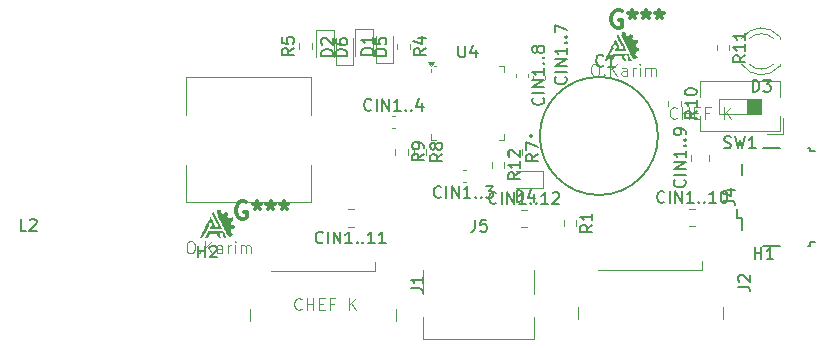
<source format=gbr>
%TF.GenerationSoftware,KiCad,Pcbnew,9.0.3*%
%TF.CreationDate,2025-09-25T12:47:50+01:00*%
%TF.ProjectId,power_bank,706f7765-725f-4626-916e-6b2e6b696361,rev?*%
%TF.SameCoordinates,Original*%
%TF.FileFunction,Legend,Top*%
%TF.FilePolarity,Positive*%
%FSLAX46Y46*%
G04 Gerber Fmt 4.6, Leading zero omitted, Abs format (unit mm)*
G04 Created by KiCad (PCBNEW 9.0.3) date 2025-09-25 12:47:50*
%MOMM*%
%LPD*%
G01*
G04 APERTURE LIST*
%ADD10C,0.150000*%
%ADD11C,0.100000*%
%ADD12C,0.300000*%
%ADD13C,0.120000*%
%ADD14C,0.000000*%
%ADD15C,0.200000*%
%ADD16C,0.127000*%
G04 APERTURE END LIST*
D10*
X123849580Y-99490951D02*
X123897200Y-99538570D01*
X123897200Y-99538570D02*
X123944819Y-99681427D01*
X123944819Y-99681427D02*
X123944819Y-99776665D01*
X123944819Y-99776665D02*
X123897200Y-99919522D01*
X123897200Y-99919522D02*
X123801961Y-100014760D01*
X123801961Y-100014760D02*
X123706723Y-100062379D01*
X123706723Y-100062379D02*
X123516247Y-100109998D01*
X123516247Y-100109998D02*
X123373390Y-100109998D01*
X123373390Y-100109998D02*
X123182914Y-100062379D01*
X123182914Y-100062379D02*
X123087676Y-100014760D01*
X123087676Y-100014760D02*
X122992438Y-99919522D01*
X122992438Y-99919522D02*
X122944819Y-99776665D01*
X122944819Y-99776665D02*
X122944819Y-99681427D01*
X122944819Y-99681427D02*
X122992438Y-99538570D01*
X122992438Y-99538570D02*
X123040057Y-99490951D01*
X123944819Y-99062379D02*
X122944819Y-99062379D01*
X123944819Y-98586189D02*
X122944819Y-98586189D01*
X122944819Y-98586189D02*
X123944819Y-98014761D01*
X123944819Y-98014761D02*
X122944819Y-98014761D01*
X123944819Y-97014761D02*
X123944819Y-97586189D01*
X123944819Y-97300475D02*
X122944819Y-97300475D01*
X122944819Y-97300475D02*
X123087676Y-97395713D01*
X123087676Y-97395713D02*
X123182914Y-97490951D01*
X123182914Y-97490951D02*
X123230533Y-97586189D01*
X123849580Y-96586189D02*
X123897200Y-96538570D01*
X123897200Y-96538570D02*
X123944819Y-96586189D01*
X123944819Y-96586189D02*
X123897200Y-96633808D01*
X123897200Y-96633808D02*
X123849580Y-96586189D01*
X123849580Y-96586189D02*
X123944819Y-96586189D01*
X123849580Y-96109999D02*
X123897200Y-96062380D01*
X123897200Y-96062380D02*
X123944819Y-96109999D01*
X123944819Y-96109999D02*
X123897200Y-96157618D01*
X123897200Y-96157618D02*
X123849580Y-96109999D01*
X123849580Y-96109999D02*
X123944819Y-96109999D01*
X122944819Y-95729047D02*
X122944819Y-95062381D01*
X122944819Y-95062381D02*
X123944819Y-95490952D01*
X105364819Y-97728094D02*
X104364819Y-97728094D01*
X104364819Y-97728094D02*
X104364819Y-97489999D01*
X104364819Y-97489999D02*
X104412438Y-97347142D01*
X104412438Y-97347142D02*
X104507676Y-97251904D01*
X104507676Y-97251904D02*
X104602914Y-97204285D01*
X104602914Y-97204285D02*
X104793390Y-97156666D01*
X104793390Y-97156666D02*
X104936247Y-97156666D01*
X104936247Y-97156666D02*
X105126723Y-97204285D01*
X105126723Y-97204285D02*
X105221961Y-97251904D01*
X105221961Y-97251904D02*
X105317200Y-97347142D01*
X105317200Y-97347142D02*
X105364819Y-97489999D01*
X105364819Y-97489999D02*
X105364819Y-97728094D01*
X104364819Y-96299523D02*
X104364819Y-96489999D01*
X104364819Y-96489999D02*
X104412438Y-96585237D01*
X104412438Y-96585237D02*
X104460057Y-96632856D01*
X104460057Y-96632856D02*
X104602914Y-96728094D01*
X104602914Y-96728094D02*
X104793390Y-96775713D01*
X104793390Y-96775713D02*
X105174342Y-96775713D01*
X105174342Y-96775713D02*
X105269580Y-96728094D01*
X105269580Y-96728094D02*
X105317200Y-96680475D01*
X105317200Y-96680475D02*
X105364819Y-96585237D01*
X105364819Y-96585237D02*
X105364819Y-96394761D01*
X105364819Y-96394761D02*
X105317200Y-96299523D01*
X105317200Y-96299523D02*
X105269580Y-96251904D01*
X105269580Y-96251904D02*
X105174342Y-96204285D01*
X105174342Y-96204285D02*
X104936247Y-96204285D01*
X104936247Y-96204285D02*
X104841009Y-96251904D01*
X104841009Y-96251904D02*
X104793390Y-96299523D01*
X104793390Y-96299523D02*
X104745771Y-96394761D01*
X104745771Y-96394761D02*
X104745771Y-96585237D01*
X104745771Y-96585237D02*
X104793390Y-96680475D01*
X104793390Y-96680475D02*
X104841009Y-96728094D01*
X104841009Y-96728094D02*
X104936247Y-96775713D01*
X121949580Y-101245951D02*
X121997200Y-101293570D01*
X121997200Y-101293570D02*
X122044819Y-101436427D01*
X122044819Y-101436427D02*
X122044819Y-101531665D01*
X122044819Y-101531665D02*
X121997200Y-101674522D01*
X121997200Y-101674522D02*
X121901961Y-101769760D01*
X121901961Y-101769760D02*
X121806723Y-101817379D01*
X121806723Y-101817379D02*
X121616247Y-101864998D01*
X121616247Y-101864998D02*
X121473390Y-101864998D01*
X121473390Y-101864998D02*
X121282914Y-101817379D01*
X121282914Y-101817379D02*
X121187676Y-101769760D01*
X121187676Y-101769760D02*
X121092438Y-101674522D01*
X121092438Y-101674522D02*
X121044819Y-101531665D01*
X121044819Y-101531665D02*
X121044819Y-101436427D01*
X121044819Y-101436427D02*
X121092438Y-101293570D01*
X121092438Y-101293570D02*
X121140057Y-101245951D01*
X122044819Y-100817379D02*
X121044819Y-100817379D01*
X122044819Y-100341189D02*
X121044819Y-100341189D01*
X121044819Y-100341189D02*
X122044819Y-99769761D01*
X122044819Y-99769761D02*
X121044819Y-99769761D01*
X122044819Y-98769761D02*
X122044819Y-99341189D01*
X122044819Y-99055475D02*
X121044819Y-99055475D01*
X121044819Y-99055475D02*
X121187676Y-99150713D01*
X121187676Y-99150713D02*
X121282914Y-99245951D01*
X121282914Y-99245951D02*
X121330533Y-99341189D01*
X121949580Y-98341189D02*
X121997200Y-98293570D01*
X121997200Y-98293570D02*
X122044819Y-98341189D01*
X122044819Y-98341189D02*
X121997200Y-98388808D01*
X121997200Y-98388808D02*
X121949580Y-98341189D01*
X121949580Y-98341189D02*
X122044819Y-98341189D01*
X121949580Y-97864999D02*
X121997200Y-97817380D01*
X121997200Y-97817380D02*
X122044819Y-97864999D01*
X122044819Y-97864999D02*
X121997200Y-97912618D01*
X121997200Y-97912618D02*
X121949580Y-97864999D01*
X121949580Y-97864999D02*
X122044819Y-97864999D01*
X121473390Y-97245952D02*
X121425771Y-97341190D01*
X121425771Y-97341190D02*
X121378152Y-97388809D01*
X121378152Y-97388809D02*
X121282914Y-97436428D01*
X121282914Y-97436428D02*
X121235295Y-97436428D01*
X121235295Y-97436428D02*
X121140057Y-97388809D01*
X121140057Y-97388809D02*
X121092438Y-97341190D01*
X121092438Y-97341190D02*
X121044819Y-97245952D01*
X121044819Y-97245952D02*
X121044819Y-97055476D01*
X121044819Y-97055476D02*
X121092438Y-96960238D01*
X121092438Y-96960238D02*
X121140057Y-96912619D01*
X121140057Y-96912619D02*
X121235295Y-96865000D01*
X121235295Y-96865000D02*
X121282914Y-96865000D01*
X121282914Y-96865000D02*
X121378152Y-96912619D01*
X121378152Y-96912619D02*
X121425771Y-96960238D01*
X121425771Y-96960238D02*
X121473390Y-97055476D01*
X121473390Y-97055476D02*
X121473390Y-97245952D01*
X121473390Y-97245952D02*
X121521009Y-97341190D01*
X121521009Y-97341190D02*
X121568628Y-97388809D01*
X121568628Y-97388809D02*
X121663866Y-97436428D01*
X121663866Y-97436428D02*
X121854342Y-97436428D01*
X121854342Y-97436428D02*
X121949580Y-97388809D01*
X121949580Y-97388809D02*
X121997200Y-97341190D01*
X121997200Y-97341190D02*
X122044819Y-97245952D01*
X122044819Y-97245952D02*
X122044819Y-97055476D01*
X122044819Y-97055476D02*
X121997200Y-96960238D01*
X121997200Y-96960238D02*
X121949580Y-96912619D01*
X121949580Y-96912619D02*
X121854342Y-96865000D01*
X121854342Y-96865000D02*
X121663866Y-96865000D01*
X121663866Y-96865000D02*
X121568628Y-96912619D01*
X121568628Y-96912619D02*
X121521009Y-96960238D01*
X121521009Y-96960238D02*
X121473390Y-97055476D01*
X113334048Y-109639580D02*
X113286429Y-109687200D01*
X113286429Y-109687200D02*
X113143572Y-109734819D01*
X113143572Y-109734819D02*
X113048334Y-109734819D01*
X113048334Y-109734819D02*
X112905477Y-109687200D01*
X112905477Y-109687200D02*
X112810239Y-109591961D01*
X112810239Y-109591961D02*
X112762620Y-109496723D01*
X112762620Y-109496723D02*
X112715001Y-109306247D01*
X112715001Y-109306247D02*
X112715001Y-109163390D01*
X112715001Y-109163390D02*
X112762620Y-108972914D01*
X112762620Y-108972914D02*
X112810239Y-108877676D01*
X112810239Y-108877676D02*
X112905477Y-108782438D01*
X112905477Y-108782438D02*
X113048334Y-108734819D01*
X113048334Y-108734819D02*
X113143572Y-108734819D01*
X113143572Y-108734819D02*
X113286429Y-108782438D01*
X113286429Y-108782438D02*
X113334048Y-108830057D01*
X113762620Y-109734819D02*
X113762620Y-108734819D01*
X114238810Y-109734819D02*
X114238810Y-108734819D01*
X114238810Y-108734819D02*
X114810238Y-109734819D01*
X114810238Y-109734819D02*
X114810238Y-108734819D01*
X115810238Y-109734819D02*
X115238810Y-109734819D01*
X115524524Y-109734819D02*
X115524524Y-108734819D01*
X115524524Y-108734819D02*
X115429286Y-108877676D01*
X115429286Y-108877676D02*
X115334048Y-108972914D01*
X115334048Y-108972914D02*
X115238810Y-109020533D01*
X116238810Y-109639580D02*
X116286429Y-109687200D01*
X116286429Y-109687200D02*
X116238810Y-109734819D01*
X116238810Y-109734819D02*
X116191191Y-109687200D01*
X116191191Y-109687200D02*
X116238810Y-109639580D01*
X116238810Y-109639580D02*
X116238810Y-109734819D01*
X116715000Y-109639580D02*
X116762619Y-109687200D01*
X116762619Y-109687200D02*
X116715000Y-109734819D01*
X116715000Y-109734819D02*
X116667381Y-109687200D01*
X116667381Y-109687200D02*
X116715000Y-109639580D01*
X116715000Y-109639580D02*
X116715000Y-109734819D01*
X117095952Y-108734819D02*
X117714999Y-108734819D01*
X117714999Y-108734819D02*
X117381666Y-109115771D01*
X117381666Y-109115771D02*
X117524523Y-109115771D01*
X117524523Y-109115771D02*
X117619761Y-109163390D01*
X117619761Y-109163390D02*
X117667380Y-109211009D01*
X117667380Y-109211009D02*
X117714999Y-109306247D01*
X117714999Y-109306247D02*
X117714999Y-109544342D01*
X117714999Y-109544342D02*
X117667380Y-109639580D01*
X117667380Y-109639580D02*
X117619761Y-109687200D01*
X117619761Y-109687200D02*
X117524523Y-109734819D01*
X117524523Y-109734819D02*
X117238809Y-109734819D01*
X117238809Y-109734819D02*
X117143571Y-109687200D01*
X117143571Y-109687200D02*
X117095952Y-109639580D01*
X137286667Y-105477200D02*
X137429524Y-105524819D01*
X137429524Y-105524819D02*
X137667619Y-105524819D01*
X137667619Y-105524819D02*
X137762857Y-105477200D01*
X137762857Y-105477200D02*
X137810476Y-105429580D01*
X137810476Y-105429580D02*
X137858095Y-105334342D01*
X137858095Y-105334342D02*
X137858095Y-105239104D01*
X137858095Y-105239104D02*
X137810476Y-105143866D01*
X137810476Y-105143866D02*
X137762857Y-105096247D01*
X137762857Y-105096247D02*
X137667619Y-105048628D01*
X137667619Y-105048628D02*
X137477143Y-105001009D01*
X137477143Y-105001009D02*
X137381905Y-104953390D01*
X137381905Y-104953390D02*
X137334286Y-104905771D01*
X137334286Y-104905771D02*
X137286667Y-104810533D01*
X137286667Y-104810533D02*
X137286667Y-104715295D01*
X137286667Y-104715295D02*
X137334286Y-104620057D01*
X137334286Y-104620057D02*
X137381905Y-104572438D01*
X137381905Y-104572438D02*
X137477143Y-104524819D01*
X137477143Y-104524819D02*
X137715238Y-104524819D01*
X137715238Y-104524819D02*
X137858095Y-104572438D01*
X138191429Y-104524819D02*
X138429524Y-105524819D01*
X138429524Y-105524819D02*
X138620000Y-104810533D01*
X138620000Y-104810533D02*
X138810476Y-105524819D01*
X138810476Y-105524819D02*
X139048572Y-104524819D01*
X139953333Y-105524819D02*
X139381905Y-105524819D01*
X139667619Y-105524819D02*
X139667619Y-104524819D01*
X139667619Y-104524819D02*
X139572381Y-104667676D01*
X139572381Y-104667676D02*
X139477143Y-104762914D01*
X139477143Y-104762914D02*
X139381905Y-104810533D01*
D11*
X92024360Y-113412419D02*
X92214836Y-113412419D01*
X92214836Y-113412419D02*
X92310074Y-113460038D01*
X92310074Y-113460038D02*
X92405312Y-113555276D01*
X92405312Y-113555276D02*
X92452931Y-113745752D01*
X92452931Y-113745752D02*
X92452931Y-114079085D01*
X92452931Y-114079085D02*
X92405312Y-114269561D01*
X92405312Y-114269561D02*
X92310074Y-114364800D01*
X92310074Y-114364800D02*
X92214836Y-114412419D01*
X92214836Y-114412419D02*
X92024360Y-114412419D01*
X92024360Y-114412419D02*
X91929122Y-114364800D01*
X91929122Y-114364800D02*
X91833884Y-114269561D01*
X91833884Y-114269561D02*
X91786265Y-114079085D01*
X91786265Y-114079085D02*
X91786265Y-113745752D01*
X91786265Y-113745752D02*
X91833884Y-113555276D01*
X91833884Y-113555276D02*
X91929122Y-113460038D01*
X91929122Y-113460038D02*
X92024360Y-113412419D01*
X92881503Y-114317180D02*
X92929122Y-114364800D01*
X92929122Y-114364800D02*
X92881503Y-114412419D01*
X92881503Y-114412419D02*
X92833884Y-114364800D01*
X92833884Y-114364800D02*
X92881503Y-114317180D01*
X92881503Y-114317180D02*
X92881503Y-114412419D01*
X93357693Y-114412419D02*
X93357693Y-113412419D01*
X93929121Y-114412419D02*
X93500550Y-113840990D01*
X93929121Y-113412419D02*
X93357693Y-113983847D01*
X94786264Y-114412419D02*
X94786264Y-113888609D01*
X94786264Y-113888609D02*
X94738645Y-113793371D01*
X94738645Y-113793371D02*
X94643407Y-113745752D01*
X94643407Y-113745752D02*
X94452931Y-113745752D01*
X94452931Y-113745752D02*
X94357693Y-113793371D01*
X94786264Y-114364800D02*
X94691026Y-114412419D01*
X94691026Y-114412419D02*
X94452931Y-114412419D01*
X94452931Y-114412419D02*
X94357693Y-114364800D01*
X94357693Y-114364800D02*
X94310074Y-114269561D01*
X94310074Y-114269561D02*
X94310074Y-114174323D01*
X94310074Y-114174323D02*
X94357693Y-114079085D01*
X94357693Y-114079085D02*
X94452931Y-114031466D01*
X94452931Y-114031466D02*
X94691026Y-114031466D01*
X94691026Y-114031466D02*
X94786264Y-113983847D01*
X95262455Y-114412419D02*
X95262455Y-113745752D01*
X95262455Y-113936228D02*
X95310074Y-113840990D01*
X95310074Y-113840990D02*
X95357693Y-113793371D01*
X95357693Y-113793371D02*
X95452931Y-113745752D01*
X95452931Y-113745752D02*
X95548169Y-113745752D01*
X95881503Y-114412419D02*
X95881503Y-113745752D01*
X95881503Y-113412419D02*
X95833884Y-113460038D01*
X95833884Y-113460038D02*
X95881503Y-113507657D01*
X95881503Y-113507657D02*
X95929122Y-113460038D01*
X95929122Y-113460038D02*
X95881503Y-113412419D01*
X95881503Y-113412419D02*
X95881503Y-113507657D01*
X96357693Y-114412419D02*
X96357693Y-113745752D01*
X96357693Y-113840990D02*
X96405312Y-113793371D01*
X96405312Y-113793371D02*
X96500550Y-113745752D01*
X96500550Y-113745752D02*
X96643407Y-113745752D01*
X96643407Y-113745752D02*
X96738645Y-113793371D01*
X96738645Y-113793371D02*
X96786264Y-113888609D01*
X96786264Y-113888609D02*
X96786264Y-114412419D01*
X96786264Y-113888609D02*
X96833883Y-113793371D01*
X96833883Y-113793371D02*
X96929121Y-113745752D01*
X96929121Y-113745752D02*
X97071978Y-113745752D01*
X97071978Y-113745752D02*
X97167217Y-113793371D01*
X97167217Y-113793371D02*
X97214836Y-113888609D01*
X97214836Y-113888609D02*
X97214836Y-114412419D01*
D10*
X114793095Y-96839819D02*
X114793095Y-97649342D01*
X114793095Y-97649342D02*
X114840714Y-97744580D01*
X114840714Y-97744580D02*
X114888333Y-97792200D01*
X114888333Y-97792200D02*
X114983571Y-97839819D01*
X114983571Y-97839819D02*
X115174047Y-97839819D01*
X115174047Y-97839819D02*
X115269285Y-97792200D01*
X115269285Y-97792200D02*
X115316904Y-97744580D01*
X115316904Y-97744580D02*
X115364523Y-97649342D01*
X115364523Y-97649342D02*
X115364523Y-96839819D01*
X116269285Y-97173152D02*
X116269285Y-97839819D01*
X116031190Y-96792200D02*
X115793095Y-97506485D01*
X115793095Y-97506485D02*
X116412142Y-97506485D01*
X92768095Y-114764819D02*
X92768095Y-113764819D01*
X92768095Y-114241009D02*
X93339523Y-114241009D01*
X93339523Y-114764819D02*
X93339523Y-113764819D01*
X93768095Y-113860057D02*
X93815714Y-113812438D01*
X93815714Y-113812438D02*
X93910952Y-113764819D01*
X93910952Y-113764819D02*
X94149047Y-113764819D01*
X94149047Y-113764819D02*
X94244285Y-113812438D01*
X94244285Y-113812438D02*
X94291904Y-113860057D01*
X94291904Y-113860057D02*
X94339523Y-113955295D01*
X94339523Y-113955295D02*
X94339523Y-114050533D01*
X94339523Y-114050533D02*
X94291904Y-114193390D01*
X94291904Y-114193390D02*
X93720476Y-114764819D01*
X93720476Y-114764819D02*
X94339523Y-114764819D01*
X112014819Y-97066666D02*
X111538628Y-97399999D01*
X112014819Y-97638094D02*
X111014819Y-97638094D01*
X111014819Y-97638094D02*
X111014819Y-97257142D01*
X111014819Y-97257142D02*
X111062438Y-97161904D01*
X111062438Y-97161904D02*
X111110057Y-97114285D01*
X111110057Y-97114285D02*
X111205295Y-97066666D01*
X111205295Y-97066666D02*
X111348152Y-97066666D01*
X111348152Y-97066666D02*
X111443390Y-97114285D01*
X111443390Y-97114285D02*
X111491009Y-97161904D01*
X111491009Y-97161904D02*
X111538628Y-97257142D01*
X111538628Y-97257142D02*
X111538628Y-97638094D01*
X111348152Y-96209523D02*
X112014819Y-96209523D01*
X110967200Y-96447618D02*
X111681485Y-96685713D01*
X111681485Y-96685713D02*
X111681485Y-96066666D01*
X119721905Y-110064819D02*
X119721905Y-109064819D01*
X119721905Y-109064819D02*
X119960000Y-109064819D01*
X119960000Y-109064819D02*
X120102857Y-109112438D01*
X120102857Y-109112438D02*
X120198095Y-109207676D01*
X120198095Y-109207676D02*
X120245714Y-109302914D01*
X120245714Y-109302914D02*
X120293333Y-109493390D01*
X120293333Y-109493390D02*
X120293333Y-109636247D01*
X120293333Y-109636247D02*
X120245714Y-109826723D01*
X120245714Y-109826723D02*
X120198095Y-109921961D01*
X120198095Y-109921961D02*
X120102857Y-110017200D01*
X120102857Y-110017200D02*
X119960000Y-110064819D01*
X119960000Y-110064819D02*
X119721905Y-110064819D01*
X121150476Y-109398152D02*
X121150476Y-110064819D01*
X120912381Y-109017200D02*
X120674286Y-109731485D01*
X120674286Y-109731485D02*
X121293333Y-109731485D01*
D12*
X96818572Y-110099757D02*
X96675715Y-110028328D01*
X96675715Y-110028328D02*
X96461429Y-110028328D01*
X96461429Y-110028328D02*
X96247143Y-110099757D01*
X96247143Y-110099757D02*
X96104286Y-110242614D01*
X96104286Y-110242614D02*
X96032857Y-110385471D01*
X96032857Y-110385471D02*
X95961429Y-110671185D01*
X95961429Y-110671185D02*
X95961429Y-110885471D01*
X95961429Y-110885471D02*
X96032857Y-111171185D01*
X96032857Y-111171185D02*
X96104286Y-111314042D01*
X96104286Y-111314042D02*
X96247143Y-111456900D01*
X96247143Y-111456900D02*
X96461429Y-111528328D01*
X96461429Y-111528328D02*
X96604286Y-111528328D01*
X96604286Y-111528328D02*
X96818572Y-111456900D01*
X96818572Y-111456900D02*
X96890000Y-111385471D01*
X96890000Y-111385471D02*
X96890000Y-110885471D01*
X96890000Y-110885471D02*
X96604286Y-110885471D01*
X97747143Y-110028328D02*
X97747143Y-110385471D01*
X97390000Y-110242614D02*
X97747143Y-110385471D01*
X97747143Y-110385471D02*
X98104286Y-110242614D01*
X97532857Y-110671185D02*
X97747143Y-110385471D01*
X97747143Y-110385471D02*
X97961429Y-110671185D01*
X98890000Y-110028328D02*
X98890000Y-110385471D01*
X98532857Y-110242614D02*
X98890000Y-110385471D01*
X98890000Y-110385471D02*
X99247143Y-110242614D01*
X98675714Y-110671185D02*
X98890000Y-110385471D01*
X98890000Y-110385471D02*
X99104286Y-110671185D01*
X100032857Y-110028328D02*
X100032857Y-110385471D01*
X99675714Y-110242614D02*
X100032857Y-110385471D01*
X100032857Y-110385471D02*
X100390000Y-110242614D01*
X99818571Y-110671185D02*
X100032857Y-110385471D01*
X100032857Y-110385471D02*
X100247143Y-110671185D01*
D11*
X101515312Y-119127180D02*
X101467693Y-119174800D01*
X101467693Y-119174800D02*
X101324836Y-119222419D01*
X101324836Y-119222419D02*
X101229598Y-119222419D01*
X101229598Y-119222419D02*
X101086741Y-119174800D01*
X101086741Y-119174800D02*
X100991503Y-119079561D01*
X100991503Y-119079561D02*
X100943884Y-118984323D01*
X100943884Y-118984323D02*
X100896265Y-118793847D01*
X100896265Y-118793847D02*
X100896265Y-118650990D01*
X100896265Y-118650990D02*
X100943884Y-118460514D01*
X100943884Y-118460514D02*
X100991503Y-118365276D01*
X100991503Y-118365276D02*
X101086741Y-118270038D01*
X101086741Y-118270038D02*
X101229598Y-118222419D01*
X101229598Y-118222419D02*
X101324836Y-118222419D01*
X101324836Y-118222419D02*
X101467693Y-118270038D01*
X101467693Y-118270038D02*
X101515312Y-118317657D01*
X101943884Y-119222419D02*
X101943884Y-118222419D01*
X101943884Y-118698609D02*
X102515312Y-118698609D01*
X102515312Y-119222419D02*
X102515312Y-118222419D01*
X102991503Y-118698609D02*
X103324836Y-118698609D01*
X103467693Y-119222419D02*
X102991503Y-119222419D01*
X102991503Y-119222419D02*
X102991503Y-118222419D01*
X102991503Y-118222419D02*
X103467693Y-118222419D01*
X104229598Y-118698609D02*
X103896265Y-118698609D01*
X103896265Y-119222419D02*
X103896265Y-118222419D01*
X103896265Y-118222419D02*
X104372455Y-118222419D01*
X105515313Y-119222419D02*
X105515313Y-118222419D01*
X106086741Y-119222419D02*
X105658170Y-118650990D01*
X106086741Y-118222419D02*
X105515313Y-118793847D01*
D10*
X107574819Y-97605594D02*
X106574819Y-97605594D01*
X106574819Y-97605594D02*
X106574819Y-97367499D01*
X106574819Y-97367499D02*
X106622438Y-97224642D01*
X106622438Y-97224642D02*
X106717676Y-97129404D01*
X106717676Y-97129404D02*
X106812914Y-97081785D01*
X106812914Y-97081785D02*
X107003390Y-97034166D01*
X107003390Y-97034166D02*
X107146247Y-97034166D01*
X107146247Y-97034166D02*
X107336723Y-97081785D01*
X107336723Y-97081785D02*
X107431961Y-97129404D01*
X107431961Y-97129404D02*
X107527200Y-97224642D01*
X107527200Y-97224642D02*
X107574819Y-97367499D01*
X107574819Y-97367499D02*
X107574819Y-97605594D01*
X107574819Y-96081785D02*
X107574819Y-96653213D01*
X107574819Y-96367499D02*
X106574819Y-96367499D01*
X106574819Y-96367499D02*
X106717676Y-96462737D01*
X106717676Y-96462737D02*
X106812914Y-96557975D01*
X106812914Y-96557975D02*
X106860533Y-96653213D01*
X132232857Y-110049580D02*
X132185238Y-110097200D01*
X132185238Y-110097200D02*
X132042381Y-110144819D01*
X132042381Y-110144819D02*
X131947143Y-110144819D01*
X131947143Y-110144819D02*
X131804286Y-110097200D01*
X131804286Y-110097200D02*
X131709048Y-110001961D01*
X131709048Y-110001961D02*
X131661429Y-109906723D01*
X131661429Y-109906723D02*
X131613810Y-109716247D01*
X131613810Y-109716247D02*
X131613810Y-109573390D01*
X131613810Y-109573390D02*
X131661429Y-109382914D01*
X131661429Y-109382914D02*
X131709048Y-109287676D01*
X131709048Y-109287676D02*
X131804286Y-109192438D01*
X131804286Y-109192438D02*
X131947143Y-109144819D01*
X131947143Y-109144819D02*
X132042381Y-109144819D01*
X132042381Y-109144819D02*
X132185238Y-109192438D01*
X132185238Y-109192438D02*
X132232857Y-109240057D01*
X132661429Y-110144819D02*
X132661429Y-109144819D01*
X133137619Y-110144819D02*
X133137619Y-109144819D01*
X133137619Y-109144819D02*
X133709047Y-110144819D01*
X133709047Y-110144819D02*
X133709047Y-109144819D01*
X134709047Y-110144819D02*
X134137619Y-110144819D01*
X134423333Y-110144819D02*
X134423333Y-109144819D01*
X134423333Y-109144819D02*
X134328095Y-109287676D01*
X134328095Y-109287676D02*
X134232857Y-109382914D01*
X134232857Y-109382914D02*
X134137619Y-109430533D01*
X135137619Y-110049580D02*
X135185238Y-110097200D01*
X135185238Y-110097200D02*
X135137619Y-110144819D01*
X135137619Y-110144819D02*
X135090000Y-110097200D01*
X135090000Y-110097200D02*
X135137619Y-110049580D01*
X135137619Y-110049580D02*
X135137619Y-110144819D01*
X135613809Y-110049580D02*
X135661428Y-110097200D01*
X135661428Y-110097200D02*
X135613809Y-110144819D01*
X135613809Y-110144819D02*
X135566190Y-110097200D01*
X135566190Y-110097200D02*
X135613809Y-110049580D01*
X135613809Y-110049580D02*
X135613809Y-110144819D01*
X136613808Y-110144819D02*
X136042380Y-110144819D01*
X136328094Y-110144819D02*
X136328094Y-109144819D01*
X136328094Y-109144819D02*
X136232856Y-109287676D01*
X136232856Y-109287676D02*
X136137618Y-109382914D01*
X136137618Y-109382914D02*
X136042380Y-109430533D01*
X137232856Y-109144819D02*
X137328094Y-109144819D01*
X137328094Y-109144819D02*
X137423332Y-109192438D01*
X137423332Y-109192438D02*
X137470951Y-109240057D01*
X137470951Y-109240057D02*
X137518570Y-109335295D01*
X137518570Y-109335295D02*
X137566189Y-109525771D01*
X137566189Y-109525771D02*
X137566189Y-109763866D01*
X137566189Y-109763866D02*
X137518570Y-109954342D01*
X137518570Y-109954342D02*
X137470951Y-110049580D01*
X137470951Y-110049580D02*
X137423332Y-110097200D01*
X137423332Y-110097200D02*
X137328094Y-110144819D01*
X137328094Y-110144819D02*
X137232856Y-110144819D01*
X137232856Y-110144819D02*
X137137618Y-110097200D01*
X137137618Y-110097200D02*
X137089999Y-110049580D01*
X137089999Y-110049580D02*
X137042380Y-109954342D01*
X137042380Y-109954342D02*
X136994761Y-109763866D01*
X136994761Y-109763866D02*
X136994761Y-109525771D01*
X136994761Y-109525771D02*
X137042380Y-109335295D01*
X137042380Y-109335295D02*
X137089999Y-109240057D01*
X137089999Y-109240057D02*
X137137618Y-109192438D01*
X137137618Y-109192438D02*
X137232856Y-109144819D01*
X126124819Y-112016666D02*
X125648628Y-112349999D01*
X126124819Y-112588094D02*
X125124819Y-112588094D01*
X125124819Y-112588094D02*
X125124819Y-112207142D01*
X125124819Y-112207142D02*
X125172438Y-112111904D01*
X125172438Y-112111904D02*
X125220057Y-112064285D01*
X125220057Y-112064285D02*
X125315295Y-112016666D01*
X125315295Y-112016666D02*
X125458152Y-112016666D01*
X125458152Y-112016666D02*
X125553390Y-112064285D01*
X125553390Y-112064285D02*
X125601009Y-112111904D01*
X125601009Y-112111904D02*
X125648628Y-112207142D01*
X125648628Y-112207142D02*
X125648628Y-112588094D01*
X126124819Y-111064285D02*
X126124819Y-111635713D01*
X126124819Y-111349999D02*
X125124819Y-111349999D01*
X125124819Y-111349999D02*
X125267676Y-111445237D01*
X125267676Y-111445237D02*
X125362914Y-111540475D01*
X125362914Y-111540475D02*
X125410533Y-111635713D01*
X100864819Y-97046666D02*
X100388628Y-97379999D01*
X100864819Y-97618094D02*
X99864819Y-97618094D01*
X99864819Y-97618094D02*
X99864819Y-97237142D01*
X99864819Y-97237142D02*
X99912438Y-97141904D01*
X99912438Y-97141904D02*
X99960057Y-97094285D01*
X99960057Y-97094285D02*
X100055295Y-97046666D01*
X100055295Y-97046666D02*
X100198152Y-97046666D01*
X100198152Y-97046666D02*
X100293390Y-97094285D01*
X100293390Y-97094285D02*
X100341009Y-97141904D01*
X100341009Y-97141904D02*
X100388628Y-97237142D01*
X100388628Y-97237142D02*
X100388628Y-97618094D01*
X99864819Y-96141904D02*
X99864819Y-96618094D01*
X99864819Y-96618094D02*
X100341009Y-96665713D01*
X100341009Y-96665713D02*
X100293390Y-96618094D01*
X100293390Y-96618094D02*
X100245771Y-96522856D01*
X100245771Y-96522856D02*
X100245771Y-96284761D01*
X100245771Y-96284761D02*
X100293390Y-96189523D01*
X100293390Y-96189523D02*
X100341009Y-96141904D01*
X100341009Y-96141904D02*
X100436247Y-96094285D01*
X100436247Y-96094285D02*
X100674342Y-96094285D01*
X100674342Y-96094285D02*
X100769580Y-96141904D01*
X100769580Y-96141904D02*
X100817200Y-96189523D01*
X100817200Y-96189523D02*
X100864819Y-96284761D01*
X100864819Y-96284761D02*
X100864819Y-96522856D01*
X100864819Y-96522856D02*
X100817200Y-96618094D01*
X100817200Y-96618094D02*
X100769580Y-96665713D01*
X103312857Y-113489580D02*
X103265238Y-113537200D01*
X103265238Y-113537200D02*
X103122381Y-113584819D01*
X103122381Y-113584819D02*
X103027143Y-113584819D01*
X103027143Y-113584819D02*
X102884286Y-113537200D01*
X102884286Y-113537200D02*
X102789048Y-113441961D01*
X102789048Y-113441961D02*
X102741429Y-113346723D01*
X102741429Y-113346723D02*
X102693810Y-113156247D01*
X102693810Y-113156247D02*
X102693810Y-113013390D01*
X102693810Y-113013390D02*
X102741429Y-112822914D01*
X102741429Y-112822914D02*
X102789048Y-112727676D01*
X102789048Y-112727676D02*
X102884286Y-112632438D01*
X102884286Y-112632438D02*
X103027143Y-112584819D01*
X103027143Y-112584819D02*
X103122381Y-112584819D01*
X103122381Y-112584819D02*
X103265238Y-112632438D01*
X103265238Y-112632438D02*
X103312857Y-112680057D01*
X103741429Y-113584819D02*
X103741429Y-112584819D01*
X104217619Y-113584819D02*
X104217619Y-112584819D01*
X104217619Y-112584819D02*
X104789047Y-113584819D01*
X104789047Y-113584819D02*
X104789047Y-112584819D01*
X105789047Y-113584819D02*
X105217619Y-113584819D01*
X105503333Y-113584819D02*
X105503333Y-112584819D01*
X105503333Y-112584819D02*
X105408095Y-112727676D01*
X105408095Y-112727676D02*
X105312857Y-112822914D01*
X105312857Y-112822914D02*
X105217619Y-112870533D01*
X106217619Y-113489580D02*
X106265238Y-113537200D01*
X106265238Y-113537200D02*
X106217619Y-113584819D01*
X106217619Y-113584819D02*
X106170000Y-113537200D01*
X106170000Y-113537200D02*
X106217619Y-113489580D01*
X106217619Y-113489580D02*
X106217619Y-113584819D01*
X106693809Y-113489580D02*
X106741428Y-113537200D01*
X106741428Y-113537200D02*
X106693809Y-113584819D01*
X106693809Y-113584819D02*
X106646190Y-113537200D01*
X106646190Y-113537200D02*
X106693809Y-113489580D01*
X106693809Y-113489580D02*
X106693809Y-113584819D01*
X107693808Y-113584819D02*
X107122380Y-113584819D01*
X107408094Y-113584819D02*
X107408094Y-112584819D01*
X107408094Y-112584819D02*
X107312856Y-112727676D01*
X107312856Y-112727676D02*
X107217618Y-112822914D01*
X107217618Y-112822914D02*
X107122380Y-112870533D01*
X108646189Y-113584819D02*
X108074761Y-113584819D01*
X108360475Y-113584819D02*
X108360475Y-112584819D01*
X108360475Y-112584819D02*
X108265237Y-112727676D01*
X108265237Y-112727676D02*
X108169999Y-112822914D01*
X108169999Y-112822914D02*
X108074761Y-112870533D01*
X137189819Y-109968333D02*
X137904104Y-109968333D01*
X137904104Y-109968333D02*
X138046961Y-110015952D01*
X138046961Y-110015952D02*
X138142200Y-110111190D01*
X138142200Y-110111190D02*
X138189819Y-110254047D01*
X138189819Y-110254047D02*
X138189819Y-110349285D01*
X137523152Y-109063571D02*
X138189819Y-109063571D01*
X137142200Y-109301666D02*
X137856485Y-109539761D01*
X137856485Y-109539761D02*
X137856485Y-108920714D01*
X111859819Y-105994166D02*
X111383628Y-106327499D01*
X111859819Y-106565594D02*
X110859819Y-106565594D01*
X110859819Y-106565594D02*
X110859819Y-106184642D01*
X110859819Y-106184642D02*
X110907438Y-106089404D01*
X110907438Y-106089404D02*
X110955057Y-106041785D01*
X110955057Y-106041785D02*
X111050295Y-105994166D01*
X111050295Y-105994166D02*
X111193152Y-105994166D01*
X111193152Y-105994166D02*
X111288390Y-106041785D01*
X111288390Y-106041785D02*
X111336009Y-106089404D01*
X111336009Y-106089404D02*
X111383628Y-106184642D01*
X111383628Y-106184642D02*
X111383628Y-106565594D01*
X111859819Y-105517975D02*
X111859819Y-105327499D01*
X111859819Y-105327499D02*
X111812200Y-105232261D01*
X111812200Y-105232261D02*
X111764580Y-105184642D01*
X111764580Y-105184642D02*
X111621723Y-105089404D01*
X111621723Y-105089404D02*
X111431247Y-105041785D01*
X111431247Y-105041785D02*
X111050295Y-105041785D01*
X111050295Y-105041785D02*
X110955057Y-105089404D01*
X110955057Y-105089404D02*
X110907438Y-105137023D01*
X110907438Y-105137023D02*
X110859819Y-105232261D01*
X110859819Y-105232261D02*
X110859819Y-105422737D01*
X110859819Y-105422737D02*
X110907438Y-105517975D01*
X110907438Y-105517975D02*
X110955057Y-105565594D01*
X110955057Y-105565594D02*
X111050295Y-105613213D01*
X111050295Y-105613213D02*
X111288390Y-105613213D01*
X111288390Y-105613213D02*
X111383628Y-105565594D01*
X111383628Y-105565594D02*
X111431247Y-105517975D01*
X111431247Y-105517975D02*
X111478866Y-105422737D01*
X111478866Y-105422737D02*
X111478866Y-105232261D01*
X111478866Y-105232261D02*
X111431247Y-105137023D01*
X111431247Y-105137023D02*
X111383628Y-105089404D01*
X111383628Y-105089404D02*
X111288390Y-105041785D01*
D11*
X126294360Y-98372419D02*
X126484836Y-98372419D01*
X126484836Y-98372419D02*
X126580074Y-98420038D01*
X126580074Y-98420038D02*
X126675312Y-98515276D01*
X126675312Y-98515276D02*
X126722931Y-98705752D01*
X126722931Y-98705752D02*
X126722931Y-99039085D01*
X126722931Y-99039085D02*
X126675312Y-99229561D01*
X126675312Y-99229561D02*
X126580074Y-99324800D01*
X126580074Y-99324800D02*
X126484836Y-99372419D01*
X126484836Y-99372419D02*
X126294360Y-99372419D01*
X126294360Y-99372419D02*
X126199122Y-99324800D01*
X126199122Y-99324800D02*
X126103884Y-99229561D01*
X126103884Y-99229561D02*
X126056265Y-99039085D01*
X126056265Y-99039085D02*
X126056265Y-98705752D01*
X126056265Y-98705752D02*
X126103884Y-98515276D01*
X126103884Y-98515276D02*
X126199122Y-98420038D01*
X126199122Y-98420038D02*
X126294360Y-98372419D01*
X127151503Y-99277180D02*
X127199122Y-99324800D01*
X127199122Y-99324800D02*
X127151503Y-99372419D01*
X127151503Y-99372419D02*
X127103884Y-99324800D01*
X127103884Y-99324800D02*
X127151503Y-99277180D01*
X127151503Y-99277180D02*
X127151503Y-99372419D01*
X127627693Y-99372419D02*
X127627693Y-98372419D01*
X128199121Y-99372419D02*
X127770550Y-98800990D01*
X128199121Y-98372419D02*
X127627693Y-98943847D01*
X129056264Y-99372419D02*
X129056264Y-98848609D01*
X129056264Y-98848609D02*
X129008645Y-98753371D01*
X129008645Y-98753371D02*
X128913407Y-98705752D01*
X128913407Y-98705752D02*
X128722931Y-98705752D01*
X128722931Y-98705752D02*
X128627693Y-98753371D01*
X129056264Y-99324800D02*
X128961026Y-99372419D01*
X128961026Y-99372419D02*
X128722931Y-99372419D01*
X128722931Y-99372419D02*
X128627693Y-99324800D01*
X128627693Y-99324800D02*
X128580074Y-99229561D01*
X128580074Y-99229561D02*
X128580074Y-99134323D01*
X128580074Y-99134323D02*
X128627693Y-99039085D01*
X128627693Y-99039085D02*
X128722931Y-98991466D01*
X128722931Y-98991466D02*
X128961026Y-98991466D01*
X128961026Y-98991466D02*
X129056264Y-98943847D01*
X129532455Y-99372419D02*
X129532455Y-98705752D01*
X129532455Y-98896228D02*
X129580074Y-98800990D01*
X129580074Y-98800990D02*
X129627693Y-98753371D01*
X129627693Y-98753371D02*
X129722931Y-98705752D01*
X129722931Y-98705752D02*
X129818169Y-98705752D01*
X130151503Y-99372419D02*
X130151503Y-98705752D01*
X130151503Y-98372419D02*
X130103884Y-98420038D01*
X130103884Y-98420038D02*
X130151503Y-98467657D01*
X130151503Y-98467657D02*
X130199122Y-98420038D01*
X130199122Y-98420038D02*
X130151503Y-98372419D01*
X130151503Y-98372419D02*
X130151503Y-98467657D01*
X130627693Y-99372419D02*
X130627693Y-98705752D01*
X130627693Y-98800990D02*
X130675312Y-98753371D01*
X130675312Y-98753371D02*
X130770550Y-98705752D01*
X130770550Y-98705752D02*
X130913407Y-98705752D01*
X130913407Y-98705752D02*
X131008645Y-98753371D01*
X131008645Y-98753371D02*
X131056264Y-98848609D01*
X131056264Y-98848609D02*
X131056264Y-99372419D01*
X131056264Y-98848609D02*
X131103883Y-98753371D01*
X131103883Y-98753371D02*
X131199121Y-98705752D01*
X131199121Y-98705752D02*
X131341978Y-98705752D01*
X131341978Y-98705752D02*
X131437217Y-98753371D01*
X131437217Y-98753371D02*
X131484836Y-98848609D01*
X131484836Y-98848609D02*
X131484836Y-99372419D01*
D10*
X113409819Y-106024166D02*
X112933628Y-106357499D01*
X113409819Y-106595594D02*
X112409819Y-106595594D01*
X112409819Y-106595594D02*
X112409819Y-106214642D01*
X112409819Y-106214642D02*
X112457438Y-106119404D01*
X112457438Y-106119404D02*
X112505057Y-106071785D01*
X112505057Y-106071785D02*
X112600295Y-106024166D01*
X112600295Y-106024166D02*
X112743152Y-106024166D01*
X112743152Y-106024166D02*
X112838390Y-106071785D01*
X112838390Y-106071785D02*
X112886009Y-106119404D01*
X112886009Y-106119404D02*
X112933628Y-106214642D01*
X112933628Y-106214642D02*
X112933628Y-106595594D01*
X112838390Y-105452737D02*
X112790771Y-105547975D01*
X112790771Y-105547975D02*
X112743152Y-105595594D01*
X112743152Y-105595594D02*
X112647914Y-105643213D01*
X112647914Y-105643213D02*
X112600295Y-105643213D01*
X112600295Y-105643213D02*
X112505057Y-105595594D01*
X112505057Y-105595594D02*
X112457438Y-105547975D01*
X112457438Y-105547975D02*
X112409819Y-105452737D01*
X112409819Y-105452737D02*
X112409819Y-105262261D01*
X112409819Y-105262261D02*
X112457438Y-105167023D01*
X112457438Y-105167023D02*
X112505057Y-105119404D01*
X112505057Y-105119404D02*
X112600295Y-105071785D01*
X112600295Y-105071785D02*
X112647914Y-105071785D01*
X112647914Y-105071785D02*
X112743152Y-105119404D01*
X112743152Y-105119404D02*
X112790771Y-105167023D01*
X112790771Y-105167023D02*
X112838390Y-105262261D01*
X112838390Y-105262261D02*
X112838390Y-105452737D01*
X112838390Y-105452737D02*
X112886009Y-105547975D01*
X112886009Y-105547975D02*
X112933628Y-105595594D01*
X112933628Y-105595594D02*
X113028866Y-105643213D01*
X113028866Y-105643213D02*
X113219342Y-105643213D01*
X113219342Y-105643213D02*
X113314580Y-105595594D01*
X113314580Y-105595594D02*
X113362200Y-105547975D01*
X113362200Y-105547975D02*
X113409819Y-105452737D01*
X113409819Y-105452737D02*
X113409819Y-105262261D01*
X113409819Y-105262261D02*
X113362200Y-105167023D01*
X113362200Y-105167023D02*
X113314580Y-105119404D01*
X113314580Y-105119404D02*
X113219342Y-105071785D01*
X113219342Y-105071785D02*
X113028866Y-105071785D01*
X113028866Y-105071785D02*
X112933628Y-105119404D01*
X112933628Y-105119404D02*
X112886009Y-105167023D01*
X112886009Y-105167023D02*
X112838390Y-105262261D01*
X127063333Y-98514580D02*
X127015714Y-98562200D01*
X127015714Y-98562200D02*
X126872857Y-98609819D01*
X126872857Y-98609819D02*
X126777619Y-98609819D01*
X126777619Y-98609819D02*
X126634762Y-98562200D01*
X126634762Y-98562200D02*
X126539524Y-98466961D01*
X126539524Y-98466961D02*
X126491905Y-98371723D01*
X126491905Y-98371723D02*
X126444286Y-98181247D01*
X126444286Y-98181247D02*
X126444286Y-98038390D01*
X126444286Y-98038390D02*
X126491905Y-97847914D01*
X126491905Y-97847914D02*
X126539524Y-97752676D01*
X126539524Y-97752676D02*
X126634762Y-97657438D01*
X126634762Y-97657438D02*
X126777619Y-97609819D01*
X126777619Y-97609819D02*
X126872857Y-97609819D01*
X126872857Y-97609819D02*
X127015714Y-97657438D01*
X127015714Y-97657438D02*
X127063333Y-97705057D01*
X128015714Y-98609819D02*
X127444286Y-98609819D01*
X127730000Y-98609819D02*
X127730000Y-97609819D01*
X127730000Y-97609819D02*
X127634762Y-97752676D01*
X127634762Y-97752676D02*
X127539524Y-97847914D01*
X127539524Y-97847914D02*
X127444286Y-97895533D01*
X139878095Y-114914819D02*
X139878095Y-113914819D01*
X139878095Y-114391009D02*
X140449523Y-114391009D01*
X140449523Y-114914819D02*
X140449523Y-113914819D01*
X141449523Y-114914819D02*
X140878095Y-114914819D01*
X141163809Y-114914819D02*
X141163809Y-113914819D01*
X141163809Y-113914819D02*
X141068571Y-114057676D01*
X141068571Y-114057676D02*
X140973333Y-114152914D01*
X140973333Y-114152914D02*
X140878095Y-114200533D01*
X121499819Y-106029166D02*
X121023628Y-106362499D01*
X121499819Y-106600594D02*
X120499819Y-106600594D01*
X120499819Y-106600594D02*
X120499819Y-106219642D01*
X120499819Y-106219642D02*
X120547438Y-106124404D01*
X120547438Y-106124404D02*
X120595057Y-106076785D01*
X120595057Y-106076785D02*
X120690295Y-106029166D01*
X120690295Y-106029166D02*
X120833152Y-106029166D01*
X120833152Y-106029166D02*
X120928390Y-106076785D01*
X120928390Y-106076785D02*
X120976009Y-106124404D01*
X120976009Y-106124404D02*
X121023628Y-106219642D01*
X121023628Y-106219642D02*
X121023628Y-106600594D01*
X120499819Y-105695832D02*
X120499819Y-105029166D01*
X120499819Y-105029166D02*
X121499819Y-105457737D01*
X120004819Y-107577857D02*
X119528628Y-107911190D01*
X120004819Y-108149285D02*
X119004819Y-108149285D01*
X119004819Y-108149285D02*
X119004819Y-107768333D01*
X119004819Y-107768333D02*
X119052438Y-107673095D01*
X119052438Y-107673095D02*
X119100057Y-107625476D01*
X119100057Y-107625476D02*
X119195295Y-107577857D01*
X119195295Y-107577857D02*
X119338152Y-107577857D01*
X119338152Y-107577857D02*
X119433390Y-107625476D01*
X119433390Y-107625476D02*
X119481009Y-107673095D01*
X119481009Y-107673095D02*
X119528628Y-107768333D01*
X119528628Y-107768333D02*
X119528628Y-108149285D01*
X120004819Y-106625476D02*
X120004819Y-107196904D01*
X120004819Y-106911190D02*
X119004819Y-106911190D01*
X119004819Y-106911190D02*
X119147676Y-107006428D01*
X119147676Y-107006428D02*
X119242914Y-107101666D01*
X119242914Y-107101666D02*
X119290533Y-107196904D01*
X119100057Y-106244523D02*
X119052438Y-106196904D01*
X119052438Y-106196904D02*
X119004819Y-106101666D01*
X119004819Y-106101666D02*
X119004819Y-105863571D01*
X119004819Y-105863571D02*
X119052438Y-105768333D01*
X119052438Y-105768333D02*
X119100057Y-105720714D01*
X119100057Y-105720714D02*
X119195295Y-105673095D01*
X119195295Y-105673095D02*
X119290533Y-105673095D01*
X119290533Y-105673095D02*
X119433390Y-105720714D01*
X119433390Y-105720714D02*
X120004819Y-106292142D01*
X120004819Y-106292142D02*
X120004819Y-105673095D01*
X118012857Y-110149580D02*
X117965238Y-110197200D01*
X117965238Y-110197200D02*
X117822381Y-110244819D01*
X117822381Y-110244819D02*
X117727143Y-110244819D01*
X117727143Y-110244819D02*
X117584286Y-110197200D01*
X117584286Y-110197200D02*
X117489048Y-110101961D01*
X117489048Y-110101961D02*
X117441429Y-110006723D01*
X117441429Y-110006723D02*
X117393810Y-109816247D01*
X117393810Y-109816247D02*
X117393810Y-109673390D01*
X117393810Y-109673390D02*
X117441429Y-109482914D01*
X117441429Y-109482914D02*
X117489048Y-109387676D01*
X117489048Y-109387676D02*
X117584286Y-109292438D01*
X117584286Y-109292438D02*
X117727143Y-109244819D01*
X117727143Y-109244819D02*
X117822381Y-109244819D01*
X117822381Y-109244819D02*
X117965238Y-109292438D01*
X117965238Y-109292438D02*
X118012857Y-109340057D01*
X118441429Y-110244819D02*
X118441429Y-109244819D01*
X118917619Y-110244819D02*
X118917619Y-109244819D01*
X118917619Y-109244819D02*
X119489047Y-110244819D01*
X119489047Y-110244819D02*
X119489047Y-109244819D01*
X120489047Y-110244819D02*
X119917619Y-110244819D01*
X120203333Y-110244819D02*
X120203333Y-109244819D01*
X120203333Y-109244819D02*
X120108095Y-109387676D01*
X120108095Y-109387676D02*
X120012857Y-109482914D01*
X120012857Y-109482914D02*
X119917619Y-109530533D01*
X120917619Y-110149580D02*
X120965238Y-110197200D01*
X120965238Y-110197200D02*
X120917619Y-110244819D01*
X120917619Y-110244819D02*
X120870000Y-110197200D01*
X120870000Y-110197200D02*
X120917619Y-110149580D01*
X120917619Y-110149580D02*
X120917619Y-110244819D01*
X121393809Y-110149580D02*
X121441428Y-110197200D01*
X121441428Y-110197200D02*
X121393809Y-110244819D01*
X121393809Y-110244819D02*
X121346190Y-110197200D01*
X121346190Y-110197200D02*
X121393809Y-110149580D01*
X121393809Y-110149580D02*
X121393809Y-110244819D01*
X122393808Y-110244819D02*
X121822380Y-110244819D01*
X122108094Y-110244819D02*
X122108094Y-109244819D01*
X122108094Y-109244819D02*
X122012856Y-109387676D01*
X122012856Y-109387676D02*
X121917618Y-109482914D01*
X121917618Y-109482914D02*
X121822380Y-109530533D01*
X122774761Y-109340057D02*
X122822380Y-109292438D01*
X122822380Y-109292438D02*
X122917618Y-109244819D01*
X122917618Y-109244819D02*
X123155713Y-109244819D01*
X123155713Y-109244819D02*
X123250951Y-109292438D01*
X123250951Y-109292438D02*
X123298570Y-109340057D01*
X123298570Y-109340057D02*
X123346189Y-109435295D01*
X123346189Y-109435295D02*
X123346189Y-109530533D01*
X123346189Y-109530533D02*
X123298570Y-109673390D01*
X123298570Y-109673390D02*
X122727142Y-110244819D01*
X122727142Y-110244819D02*
X123346189Y-110244819D01*
X110774819Y-117403333D02*
X111489104Y-117403333D01*
X111489104Y-117403333D02*
X111631961Y-117450952D01*
X111631961Y-117450952D02*
X111727200Y-117546190D01*
X111727200Y-117546190D02*
X111774819Y-117689047D01*
X111774819Y-117689047D02*
X111774819Y-117784285D01*
X111774819Y-116403333D02*
X111774819Y-116974761D01*
X111774819Y-116689047D02*
X110774819Y-116689047D01*
X110774819Y-116689047D02*
X110917676Y-116784285D01*
X110917676Y-116784285D02*
X111012914Y-116879523D01*
X111012914Y-116879523D02*
X111060533Y-116974761D01*
X108694819Y-97688094D02*
X107694819Y-97688094D01*
X107694819Y-97688094D02*
X107694819Y-97449999D01*
X107694819Y-97449999D02*
X107742438Y-97307142D01*
X107742438Y-97307142D02*
X107837676Y-97211904D01*
X107837676Y-97211904D02*
X107932914Y-97164285D01*
X107932914Y-97164285D02*
X108123390Y-97116666D01*
X108123390Y-97116666D02*
X108266247Y-97116666D01*
X108266247Y-97116666D02*
X108456723Y-97164285D01*
X108456723Y-97164285D02*
X108551961Y-97211904D01*
X108551961Y-97211904D02*
X108647200Y-97307142D01*
X108647200Y-97307142D02*
X108694819Y-97449999D01*
X108694819Y-97449999D02*
X108694819Y-97688094D01*
X107694819Y-96211904D02*
X107694819Y-96688094D01*
X107694819Y-96688094D02*
X108171009Y-96735713D01*
X108171009Y-96735713D02*
X108123390Y-96688094D01*
X108123390Y-96688094D02*
X108075771Y-96592856D01*
X108075771Y-96592856D02*
X108075771Y-96354761D01*
X108075771Y-96354761D02*
X108123390Y-96259523D01*
X108123390Y-96259523D02*
X108171009Y-96211904D01*
X108171009Y-96211904D02*
X108266247Y-96164285D01*
X108266247Y-96164285D02*
X108504342Y-96164285D01*
X108504342Y-96164285D02*
X108599580Y-96211904D01*
X108599580Y-96211904D02*
X108647200Y-96259523D01*
X108647200Y-96259523D02*
X108694819Y-96354761D01*
X108694819Y-96354761D02*
X108694819Y-96592856D01*
X108694819Y-96592856D02*
X108647200Y-96688094D01*
X108647200Y-96688094D02*
X108599580Y-96735713D01*
X139064819Y-97657857D02*
X138588628Y-97991190D01*
X139064819Y-98229285D02*
X138064819Y-98229285D01*
X138064819Y-98229285D02*
X138064819Y-97848333D01*
X138064819Y-97848333D02*
X138112438Y-97753095D01*
X138112438Y-97753095D02*
X138160057Y-97705476D01*
X138160057Y-97705476D02*
X138255295Y-97657857D01*
X138255295Y-97657857D02*
X138398152Y-97657857D01*
X138398152Y-97657857D02*
X138493390Y-97705476D01*
X138493390Y-97705476D02*
X138541009Y-97753095D01*
X138541009Y-97753095D02*
X138588628Y-97848333D01*
X138588628Y-97848333D02*
X138588628Y-98229285D01*
X139064819Y-96705476D02*
X139064819Y-97276904D01*
X139064819Y-96991190D02*
X138064819Y-96991190D01*
X138064819Y-96991190D02*
X138207676Y-97086428D01*
X138207676Y-97086428D02*
X138302914Y-97181666D01*
X138302914Y-97181666D02*
X138350533Y-97276904D01*
X139064819Y-95753095D02*
X139064819Y-96324523D01*
X139064819Y-96038809D02*
X138064819Y-96038809D01*
X138064819Y-96038809D02*
X138207676Y-96134047D01*
X138207676Y-96134047D02*
X138302914Y-96229285D01*
X138302914Y-96229285D02*
X138350533Y-96324523D01*
X78213333Y-112514819D02*
X77737143Y-112514819D01*
X77737143Y-112514819D02*
X77737143Y-111514819D01*
X78499048Y-111610057D02*
X78546667Y-111562438D01*
X78546667Y-111562438D02*
X78641905Y-111514819D01*
X78641905Y-111514819D02*
X78880000Y-111514819D01*
X78880000Y-111514819D02*
X78975238Y-111562438D01*
X78975238Y-111562438D02*
X79022857Y-111610057D01*
X79022857Y-111610057D02*
X79070476Y-111705295D01*
X79070476Y-111705295D02*
X79070476Y-111800533D01*
X79070476Y-111800533D02*
X79022857Y-111943390D01*
X79022857Y-111943390D02*
X78451429Y-112514819D01*
X78451429Y-112514819D02*
X79070476Y-112514819D01*
X138474819Y-117253333D02*
X139189104Y-117253333D01*
X139189104Y-117253333D02*
X139331961Y-117300952D01*
X139331961Y-117300952D02*
X139427200Y-117396190D01*
X139427200Y-117396190D02*
X139474819Y-117539047D01*
X139474819Y-117539047D02*
X139474819Y-117634285D01*
X138570057Y-116824761D02*
X138522438Y-116777142D01*
X138522438Y-116777142D02*
X138474819Y-116681904D01*
X138474819Y-116681904D02*
X138474819Y-116443809D01*
X138474819Y-116443809D02*
X138522438Y-116348571D01*
X138522438Y-116348571D02*
X138570057Y-116300952D01*
X138570057Y-116300952D02*
X138665295Y-116253333D01*
X138665295Y-116253333D02*
X138760533Y-116253333D01*
X138760533Y-116253333D02*
X138903390Y-116300952D01*
X138903390Y-116300952D02*
X139474819Y-116872380D01*
X139474819Y-116872380D02*
X139474819Y-116253333D01*
X134964819Y-102372857D02*
X134488628Y-102706190D01*
X134964819Y-102944285D02*
X133964819Y-102944285D01*
X133964819Y-102944285D02*
X133964819Y-102563333D01*
X133964819Y-102563333D02*
X134012438Y-102468095D01*
X134012438Y-102468095D02*
X134060057Y-102420476D01*
X134060057Y-102420476D02*
X134155295Y-102372857D01*
X134155295Y-102372857D02*
X134298152Y-102372857D01*
X134298152Y-102372857D02*
X134393390Y-102420476D01*
X134393390Y-102420476D02*
X134441009Y-102468095D01*
X134441009Y-102468095D02*
X134488628Y-102563333D01*
X134488628Y-102563333D02*
X134488628Y-102944285D01*
X134964819Y-101420476D02*
X134964819Y-101991904D01*
X134964819Y-101706190D02*
X133964819Y-101706190D01*
X133964819Y-101706190D02*
X134107676Y-101801428D01*
X134107676Y-101801428D02*
X134202914Y-101896666D01*
X134202914Y-101896666D02*
X134250533Y-101991904D01*
X133964819Y-100801428D02*
X133964819Y-100706190D01*
X133964819Y-100706190D02*
X134012438Y-100610952D01*
X134012438Y-100610952D02*
X134060057Y-100563333D01*
X134060057Y-100563333D02*
X134155295Y-100515714D01*
X134155295Y-100515714D02*
X134345771Y-100468095D01*
X134345771Y-100468095D02*
X134583866Y-100468095D01*
X134583866Y-100468095D02*
X134774342Y-100515714D01*
X134774342Y-100515714D02*
X134869580Y-100563333D01*
X134869580Y-100563333D02*
X134917200Y-100610952D01*
X134917200Y-100610952D02*
X134964819Y-100706190D01*
X134964819Y-100706190D02*
X134964819Y-100801428D01*
X134964819Y-100801428D02*
X134917200Y-100896666D01*
X134917200Y-100896666D02*
X134869580Y-100944285D01*
X134869580Y-100944285D02*
X134774342Y-100991904D01*
X134774342Y-100991904D02*
X134583866Y-101039523D01*
X134583866Y-101039523D02*
X134345771Y-101039523D01*
X134345771Y-101039523D02*
X134155295Y-100991904D01*
X134155295Y-100991904D02*
X134060057Y-100944285D01*
X134060057Y-100944285D02*
X134012438Y-100896666D01*
X134012438Y-100896666D02*
X133964819Y-100801428D01*
X107429048Y-102249580D02*
X107381429Y-102297200D01*
X107381429Y-102297200D02*
X107238572Y-102344819D01*
X107238572Y-102344819D02*
X107143334Y-102344819D01*
X107143334Y-102344819D02*
X107000477Y-102297200D01*
X107000477Y-102297200D02*
X106905239Y-102201961D01*
X106905239Y-102201961D02*
X106857620Y-102106723D01*
X106857620Y-102106723D02*
X106810001Y-101916247D01*
X106810001Y-101916247D02*
X106810001Y-101773390D01*
X106810001Y-101773390D02*
X106857620Y-101582914D01*
X106857620Y-101582914D02*
X106905239Y-101487676D01*
X106905239Y-101487676D02*
X107000477Y-101392438D01*
X107000477Y-101392438D02*
X107143334Y-101344819D01*
X107143334Y-101344819D02*
X107238572Y-101344819D01*
X107238572Y-101344819D02*
X107381429Y-101392438D01*
X107381429Y-101392438D02*
X107429048Y-101440057D01*
X107857620Y-102344819D02*
X107857620Y-101344819D01*
X108333810Y-102344819D02*
X108333810Y-101344819D01*
X108333810Y-101344819D02*
X108905238Y-102344819D01*
X108905238Y-102344819D02*
X108905238Y-101344819D01*
X109905238Y-102344819D02*
X109333810Y-102344819D01*
X109619524Y-102344819D02*
X109619524Y-101344819D01*
X109619524Y-101344819D02*
X109524286Y-101487676D01*
X109524286Y-101487676D02*
X109429048Y-101582914D01*
X109429048Y-101582914D02*
X109333810Y-101630533D01*
X110333810Y-102249580D02*
X110381429Y-102297200D01*
X110381429Y-102297200D02*
X110333810Y-102344819D01*
X110333810Y-102344819D02*
X110286191Y-102297200D01*
X110286191Y-102297200D02*
X110333810Y-102249580D01*
X110333810Y-102249580D02*
X110333810Y-102344819D01*
X110810000Y-102249580D02*
X110857619Y-102297200D01*
X110857619Y-102297200D02*
X110810000Y-102344819D01*
X110810000Y-102344819D02*
X110762381Y-102297200D01*
X110762381Y-102297200D02*
X110810000Y-102249580D01*
X110810000Y-102249580D02*
X110810000Y-102344819D01*
X111714761Y-101678152D02*
X111714761Y-102344819D01*
X111476666Y-101297200D02*
X111238571Y-102011485D01*
X111238571Y-102011485D02*
X111857618Y-102011485D01*
D12*
X128598572Y-93909757D02*
X128455715Y-93838328D01*
X128455715Y-93838328D02*
X128241429Y-93838328D01*
X128241429Y-93838328D02*
X128027143Y-93909757D01*
X128027143Y-93909757D02*
X127884286Y-94052614D01*
X127884286Y-94052614D02*
X127812857Y-94195471D01*
X127812857Y-94195471D02*
X127741429Y-94481185D01*
X127741429Y-94481185D02*
X127741429Y-94695471D01*
X127741429Y-94695471D02*
X127812857Y-94981185D01*
X127812857Y-94981185D02*
X127884286Y-95124042D01*
X127884286Y-95124042D02*
X128027143Y-95266900D01*
X128027143Y-95266900D02*
X128241429Y-95338328D01*
X128241429Y-95338328D02*
X128384286Y-95338328D01*
X128384286Y-95338328D02*
X128598572Y-95266900D01*
X128598572Y-95266900D02*
X128670000Y-95195471D01*
X128670000Y-95195471D02*
X128670000Y-94695471D01*
X128670000Y-94695471D02*
X128384286Y-94695471D01*
X129527143Y-93838328D02*
X129527143Y-94195471D01*
X129170000Y-94052614D02*
X129527143Y-94195471D01*
X129527143Y-94195471D02*
X129884286Y-94052614D01*
X129312857Y-94481185D02*
X129527143Y-94195471D01*
X129527143Y-94195471D02*
X129741429Y-94481185D01*
X130670000Y-93838328D02*
X130670000Y-94195471D01*
X130312857Y-94052614D02*
X130670000Y-94195471D01*
X130670000Y-94195471D02*
X131027143Y-94052614D01*
X130455714Y-94481185D02*
X130670000Y-94195471D01*
X130670000Y-94195471D02*
X130884286Y-94481185D01*
X131812857Y-93838328D02*
X131812857Y-94195471D01*
X131455714Y-94052614D02*
X131812857Y-94195471D01*
X131812857Y-94195471D02*
X132170000Y-94052614D01*
X131598571Y-94481185D02*
X131812857Y-94195471D01*
X131812857Y-94195471D02*
X132027143Y-94481185D01*
D11*
X133295312Y-102937180D02*
X133247693Y-102984800D01*
X133247693Y-102984800D02*
X133104836Y-103032419D01*
X133104836Y-103032419D02*
X133009598Y-103032419D01*
X133009598Y-103032419D02*
X132866741Y-102984800D01*
X132866741Y-102984800D02*
X132771503Y-102889561D01*
X132771503Y-102889561D02*
X132723884Y-102794323D01*
X132723884Y-102794323D02*
X132676265Y-102603847D01*
X132676265Y-102603847D02*
X132676265Y-102460990D01*
X132676265Y-102460990D02*
X132723884Y-102270514D01*
X132723884Y-102270514D02*
X132771503Y-102175276D01*
X132771503Y-102175276D02*
X132866741Y-102080038D01*
X132866741Y-102080038D02*
X133009598Y-102032419D01*
X133009598Y-102032419D02*
X133104836Y-102032419D01*
X133104836Y-102032419D02*
X133247693Y-102080038D01*
X133247693Y-102080038D02*
X133295312Y-102127657D01*
X133723884Y-103032419D02*
X133723884Y-102032419D01*
X133723884Y-102508609D02*
X134295312Y-102508609D01*
X134295312Y-103032419D02*
X134295312Y-102032419D01*
X134771503Y-102508609D02*
X135104836Y-102508609D01*
X135247693Y-103032419D02*
X134771503Y-103032419D01*
X134771503Y-103032419D02*
X134771503Y-102032419D01*
X134771503Y-102032419D02*
X135247693Y-102032419D01*
X136009598Y-102508609D02*
X135676265Y-102508609D01*
X135676265Y-103032419D02*
X135676265Y-102032419D01*
X135676265Y-102032419D02*
X136152455Y-102032419D01*
X137295313Y-103032419D02*
X137295313Y-102032419D01*
X137866741Y-103032419D02*
X137438170Y-102460990D01*
X137866741Y-102032419D02*
X137295313Y-102603847D01*
D10*
X133929580Y-108210951D02*
X133977200Y-108258570D01*
X133977200Y-108258570D02*
X134024819Y-108401427D01*
X134024819Y-108401427D02*
X134024819Y-108496665D01*
X134024819Y-108496665D02*
X133977200Y-108639522D01*
X133977200Y-108639522D02*
X133881961Y-108734760D01*
X133881961Y-108734760D02*
X133786723Y-108782379D01*
X133786723Y-108782379D02*
X133596247Y-108829998D01*
X133596247Y-108829998D02*
X133453390Y-108829998D01*
X133453390Y-108829998D02*
X133262914Y-108782379D01*
X133262914Y-108782379D02*
X133167676Y-108734760D01*
X133167676Y-108734760D02*
X133072438Y-108639522D01*
X133072438Y-108639522D02*
X133024819Y-108496665D01*
X133024819Y-108496665D02*
X133024819Y-108401427D01*
X133024819Y-108401427D02*
X133072438Y-108258570D01*
X133072438Y-108258570D02*
X133120057Y-108210951D01*
X134024819Y-107782379D02*
X133024819Y-107782379D01*
X134024819Y-107306189D02*
X133024819Y-107306189D01*
X133024819Y-107306189D02*
X134024819Y-106734761D01*
X134024819Y-106734761D02*
X133024819Y-106734761D01*
X134024819Y-105734761D02*
X134024819Y-106306189D01*
X134024819Y-106020475D02*
X133024819Y-106020475D01*
X133024819Y-106020475D02*
X133167676Y-106115713D01*
X133167676Y-106115713D02*
X133262914Y-106210951D01*
X133262914Y-106210951D02*
X133310533Y-106306189D01*
X133929580Y-105306189D02*
X133977200Y-105258570D01*
X133977200Y-105258570D02*
X134024819Y-105306189D01*
X134024819Y-105306189D02*
X133977200Y-105353808D01*
X133977200Y-105353808D02*
X133929580Y-105306189D01*
X133929580Y-105306189D02*
X134024819Y-105306189D01*
X133929580Y-104829999D02*
X133977200Y-104782380D01*
X133977200Y-104782380D02*
X134024819Y-104829999D01*
X134024819Y-104829999D02*
X133977200Y-104877618D01*
X133977200Y-104877618D02*
X133929580Y-104829999D01*
X133929580Y-104829999D02*
X134024819Y-104829999D01*
X134024819Y-104306190D02*
X134024819Y-104115714D01*
X134024819Y-104115714D02*
X133977200Y-104020476D01*
X133977200Y-104020476D02*
X133929580Y-103972857D01*
X133929580Y-103972857D02*
X133786723Y-103877619D01*
X133786723Y-103877619D02*
X133596247Y-103830000D01*
X133596247Y-103830000D02*
X133215295Y-103830000D01*
X133215295Y-103830000D02*
X133120057Y-103877619D01*
X133120057Y-103877619D02*
X133072438Y-103925238D01*
X133072438Y-103925238D02*
X133024819Y-104020476D01*
X133024819Y-104020476D02*
X133024819Y-104210952D01*
X133024819Y-104210952D02*
X133072438Y-104306190D01*
X133072438Y-104306190D02*
X133120057Y-104353809D01*
X133120057Y-104353809D02*
X133215295Y-104401428D01*
X133215295Y-104401428D02*
X133453390Y-104401428D01*
X133453390Y-104401428D02*
X133548628Y-104353809D01*
X133548628Y-104353809D02*
X133596247Y-104306190D01*
X133596247Y-104306190D02*
X133643866Y-104210952D01*
X133643866Y-104210952D02*
X133643866Y-104020476D01*
X133643866Y-104020476D02*
X133596247Y-103925238D01*
X133596247Y-103925238D02*
X133548628Y-103877619D01*
X133548628Y-103877619D02*
X133453390Y-103830000D01*
X104174819Y-97700594D02*
X103174819Y-97700594D01*
X103174819Y-97700594D02*
X103174819Y-97462499D01*
X103174819Y-97462499D02*
X103222438Y-97319642D01*
X103222438Y-97319642D02*
X103317676Y-97224404D01*
X103317676Y-97224404D02*
X103412914Y-97176785D01*
X103412914Y-97176785D02*
X103603390Y-97129166D01*
X103603390Y-97129166D02*
X103746247Y-97129166D01*
X103746247Y-97129166D02*
X103936723Y-97176785D01*
X103936723Y-97176785D02*
X104031961Y-97224404D01*
X104031961Y-97224404D02*
X104127200Y-97319642D01*
X104127200Y-97319642D02*
X104174819Y-97462499D01*
X104174819Y-97462499D02*
X104174819Y-97700594D01*
X103270057Y-96748213D02*
X103222438Y-96700594D01*
X103222438Y-96700594D02*
X103174819Y-96605356D01*
X103174819Y-96605356D02*
X103174819Y-96367261D01*
X103174819Y-96367261D02*
X103222438Y-96272023D01*
X103222438Y-96272023D02*
X103270057Y-96224404D01*
X103270057Y-96224404D02*
X103365295Y-96176785D01*
X103365295Y-96176785D02*
X103460533Y-96176785D01*
X103460533Y-96176785D02*
X103603390Y-96224404D01*
X103603390Y-96224404D02*
X104174819Y-96795832D01*
X104174819Y-96795832D02*
X104174819Y-96176785D01*
X139701905Y-100744819D02*
X139701905Y-99744819D01*
X139701905Y-99744819D02*
X139940000Y-99744819D01*
X139940000Y-99744819D02*
X140082857Y-99792438D01*
X140082857Y-99792438D02*
X140178095Y-99887676D01*
X140178095Y-99887676D02*
X140225714Y-99982914D01*
X140225714Y-99982914D02*
X140273333Y-100173390D01*
X140273333Y-100173390D02*
X140273333Y-100316247D01*
X140273333Y-100316247D02*
X140225714Y-100506723D01*
X140225714Y-100506723D02*
X140178095Y-100601961D01*
X140178095Y-100601961D02*
X140082857Y-100697200D01*
X140082857Y-100697200D02*
X139940000Y-100744819D01*
X139940000Y-100744819D02*
X139701905Y-100744819D01*
X140606667Y-99744819D02*
X141225714Y-99744819D01*
X141225714Y-99744819D02*
X140892381Y-100125771D01*
X140892381Y-100125771D02*
X141035238Y-100125771D01*
X141035238Y-100125771D02*
X141130476Y-100173390D01*
X141130476Y-100173390D02*
X141178095Y-100221009D01*
X141178095Y-100221009D02*
X141225714Y-100316247D01*
X141225714Y-100316247D02*
X141225714Y-100554342D01*
X141225714Y-100554342D02*
X141178095Y-100649580D01*
X141178095Y-100649580D02*
X141130476Y-100697200D01*
X141130476Y-100697200D02*
X141035238Y-100744819D01*
X141035238Y-100744819D02*
X140749524Y-100744819D01*
X140749524Y-100744819D02*
X140654286Y-100697200D01*
X140654286Y-100697200D02*
X140606667Y-100649580D01*
X116196666Y-111589819D02*
X116196666Y-112304104D01*
X116196666Y-112304104D02*
X116149047Y-112446961D01*
X116149047Y-112446961D02*
X116053809Y-112542200D01*
X116053809Y-112542200D02*
X115910952Y-112589819D01*
X115910952Y-112589819D02*
X115815714Y-112589819D01*
X117149047Y-111589819D02*
X116672857Y-111589819D01*
X116672857Y-111589819D02*
X116625238Y-112066009D01*
X116625238Y-112066009D02*
X116672857Y-112018390D01*
X116672857Y-112018390D02*
X116768095Y-111970771D01*
X116768095Y-111970771D02*
X117006190Y-111970771D01*
X117006190Y-111970771D02*
X117101428Y-112018390D01*
X117101428Y-112018390D02*
X117149047Y-112066009D01*
X117149047Y-112066009D02*
X117196666Y-112161247D01*
X117196666Y-112161247D02*
X117196666Y-112399342D01*
X117196666Y-112399342D02*
X117149047Y-112494580D01*
X117149047Y-112494580D02*
X117101428Y-112542200D01*
X117101428Y-112542200D02*
X117006190Y-112589819D01*
X117006190Y-112589819D02*
X116768095Y-112589819D01*
X116768095Y-112589819D02*
X116672857Y-112542200D01*
X116672857Y-112542200D02*
X116625238Y-112494580D01*
D13*
%TO.C,CIN1..7*%
X121140000Y-99394420D02*
X121140000Y-99675580D01*
X122160000Y-99394420D02*
X122160000Y-99675580D01*
%TO.C,D6*%
X102745000Y-95505000D02*
X102745000Y-97790000D01*
X104215000Y-95505000D02*
X102745000Y-95505000D01*
X104215000Y-97790000D02*
X104215000Y-95505000D01*
%TO.C,CIN1..8*%
X119650000Y-99224420D02*
X119650000Y-99505580D01*
X120670000Y-99224420D02*
X120670000Y-99505580D01*
%TO.C,CIN1..3*%
X115169420Y-107360000D02*
X115450580Y-107360000D01*
X115169420Y-108380000D02*
X115450580Y-108380000D01*
%TO.C,SW1*%
X135210000Y-101160000D02*
X135210000Y-99850000D01*
X135210000Y-104070000D02*
X135210000Y-102760000D01*
X139223333Y-102595000D02*
X139223333Y-101325000D01*
X142030000Y-99850000D02*
X135210000Y-99850000D01*
X142030000Y-101160000D02*
X142030000Y-99850000D01*
X142030000Y-104070000D02*
X135210000Y-104070000D01*
X142030000Y-104070000D02*
X142030000Y-102760000D01*
X142270000Y-104310000D02*
X140887000Y-104310000D01*
X142270000Y-104310000D02*
X142270000Y-102927000D01*
X140430000Y-102595000D02*
X136810000Y-102595000D01*
X136810000Y-101325000D01*
X140430000Y-101325000D01*
X140430000Y-102595000D01*
X140430000Y-102595000D02*
X139223333Y-102595000D01*
X139223333Y-101325000D01*
X140430000Y-101325000D01*
X140430000Y-102595000D01*
G36*
X140430000Y-102595000D02*
G01*
X139223333Y-102595000D01*
X139223333Y-101325000D01*
X140430000Y-101325000D01*
X140430000Y-102595000D01*
G37*
D14*
%TO.C,G\u002A\u002A\u002A*%
G36*
X94202395Y-112564259D02*
G01*
X94286053Y-112564519D01*
X94415138Y-112565103D01*
X94525508Y-112565823D01*
X94618458Y-112566713D01*
X94695279Y-112567803D01*
X94757265Y-112569128D01*
X94805709Y-112570718D01*
X94841904Y-112572606D01*
X94867144Y-112574825D01*
X94882721Y-112577406D01*
X94888757Y-112579551D01*
X94900868Y-112593218D01*
X94920955Y-112624779D01*
X94948818Y-112673877D01*
X94984259Y-112740153D01*
X95027076Y-112823247D01*
X95050466Y-112869551D01*
X95084665Y-112938090D01*
X95115502Y-113000782D01*
X95141935Y-113055435D01*
X95162919Y-113099854D01*
X95177411Y-113131849D01*
X95184369Y-113149227D01*
X95184745Y-113151717D01*
X95173334Y-113153721D01*
X95146164Y-113155342D01*
X95107481Y-113156399D01*
X95068054Y-113156717D01*
X94956317Y-113156717D01*
X94911504Y-113071717D01*
X94890674Y-113031361D01*
X94877554Y-113001429D01*
X94870351Y-112974745D01*
X94867270Y-112944135D01*
X94866517Y-112902423D01*
X94866487Y-112891717D01*
X94865820Y-112845479D01*
X94863394Y-112813907D01*
X94858212Y-112791679D01*
X94849277Y-112773475D01*
X94842428Y-112763285D01*
X94819003Y-112739363D01*
X94787390Y-112718455D01*
X94752451Y-112702389D01*
X94719052Y-112692996D01*
X94692057Y-112692104D01*
X94676682Y-112700947D01*
X94663543Y-112709813D01*
X94643579Y-112716500D01*
X94620534Y-112728305D01*
X94595912Y-112750222D01*
X94588672Y-112758880D01*
X94570906Y-112787152D01*
X94562783Y-112816774D01*
X94561161Y-112848823D01*
X94566591Y-112902149D01*
X94584692Y-112943382D01*
X94618183Y-112977778D01*
X94633559Y-112988850D01*
X94665886Y-113016456D01*
X94693241Y-113054417D01*
X94708020Y-113082099D01*
X94722694Y-113114538D01*
X94731725Y-113139824D01*
X94733356Y-113152951D01*
X94733030Y-113153417D01*
X94720804Y-113155679D01*
X94693078Y-113156549D01*
X94654314Y-113155980D01*
X94620370Y-113154567D01*
X94514514Y-113149016D01*
X94432796Y-112985289D01*
X94406696Y-112932222D01*
X94384044Y-112884694D01*
X94366273Y-112845830D01*
X94354815Y-112818756D01*
X94351078Y-112806895D01*
X94342970Y-112792633D01*
X94323280Y-112777885D01*
X94321563Y-112776973D01*
X94309168Y-112772213D01*
X94291043Y-112768516D01*
X94264833Y-112765760D01*
X94228184Y-112763824D01*
X94178740Y-112762586D01*
X94114147Y-112761924D01*
X94032050Y-112761717D01*
X94026323Y-112761717D01*
X93760598Y-112761717D01*
X93727119Y-112814217D01*
X93711126Y-112841922D01*
X93689392Y-112883238D01*
X93664281Y-112933487D01*
X93638158Y-112987995D01*
X93625991Y-113014217D01*
X93558342Y-113161717D01*
X93443676Y-113161717D01*
X93398867Y-113161109D01*
X93362857Y-113159458D01*
X93339449Y-113157019D01*
X93332344Y-113154217D01*
X93337458Y-113143742D01*
X93350395Y-113117552D01*
X93370070Y-113077839D01*
X93395395Y-113026796D01*
X93425282Y-112966614D01*
X93458644Y-112899484D01*
X93478373Y-112859808D01*
X93614196Y-112586717D01*
X93620791Y-112586717D01*
X93625793Y-112591717D01*
X93630795Y-112586717D01*
X93625793Y-112581717D01*
X93620791Y-112586717D01*
X93614196Y-112586717D01*
X93621068Y-112572900D01*
X93663446Y-112567611D01*
X93681095Y-112566677D01*
X93716817Y-112565871D01*
X93768678Y-112565203D01*
X93834746Y-112564682D01*
X93913085Y-112564317D01*
X94001763Y-112564118D01*
X94098844Y-112564096D01*
X94202395Y-112564259D01*
G37*
G36*
X94603528Y-110744092D02*
G01*
X94634914Y-110745747D01*
X94651119Y-110748260D01*
X94652255Y-110748914D01*
X94656346Y-110761088D01*
X94662330Y-110788869D01*
X94669504Y-110828034D01*
X94677161Y-110874360D01*
X94684600Y-110923623D01*
X94691114Y-110971599D01*
X94695240Y-111006717D01*
X94702385Y-111030235D01*
X94717332Y-111037740D01*
X94743414Y-111041569D01*
X94778015Y-111051371D01*
X94825339Y-111068390D01*
X94839662Y-111073923D01*
X94893074Y-111094763D01*
X94928409Y-111055740D01*
X94950691Y-111030506D01*
X94980718Y-110995669D01*
X95013497Y-110957045D01*
X95028801Y-110938798D01*
X95056767Y-110906481D01*
X95080432Y-110881313D01*
X95096733Y-110866431D01*
X95102084Y-110863798D01*
X95115547Y-110872026D01*
X95139629Y-110889815D01*
X95170804Y-110914247D01*
X95205545Y-110942405D01*
X95240325Y-110971372D01*
X95271618Y-110998232D01*
X95295899Y-111020067D01*
X95309639Y-111033961D01*
X95311457Y-111036982D01*
X95308017Y-111049676D01*
X95298591Y-111077228D01*
X95284520Y-111115888D01*
X95267145Y-111161902D01*
X95262448Y-111174100D01*
X95213440Y-111300881D01*
X95260662Y-111348799D01*
X95287471Y-111377012D01*
X95310217Y-111402719D01*
X95322578Y-111418448D01*
X95337273Y-111440179D01*
X95495910Y-111405759D01*
X95549367Y-111394367D01*
X95595501Y-111384928D01*
X95630990Y-111378092D01*
X95652508Y-111374506D01*
X95657458Y-111374249D01*
X95661737Y-111384245D01*
X95671268Y-111409363D01*
X95684660Y-111445859D01*
X95700521Y-111489990D01*
X95701214Y-111491938D01*
X95742059Y-111606717D01*
X95689322Y-111654751D01*
X95651803Y-111687911D01*
X95609236Y-111724059D01*
X95579754Y-111748183D01*
X95546101Y-111778053D01*
X95527566Y-111801454D01*
X95524360Y-111812648D01*
X95528841Y-111828420D01*
X95533286Y-111831717D01*
X95540528Y-111840537D01*
X95549636Y-111867428D01*
X95560796Y-111913031D01*
X95571098Y-111962266D01*
X95582171Y-112017816D01*
X95694411Y-112040435D01*
X95741111Y-112049985D01*
X95781918Y-112058588D01*
X95812023Y-112065212D01*
X95825644Y-112068530D01*
X95833454Y-112072057D01*
X95838491Y-112079523D01*
X95841080Y-112094309D01*
X95841547Y-112119796D01*
X95840215Y-112159362D01*
X95838264Y-112199701D01*
X95834774Y-112252235D01*
X95830351Y-112293984D01*
X95825410Y-112321768D01*
X95820880Y-112332197D01*
X95806790Y-112337403D01*
X95778169Y-112345705D01*
X95739982Y-112355705D01*
X95718225Y-112361058D01*
X95658703Y-112375407D01*
X95615837Y-112386068D01*
X95586850Y-112394128D01*
X95568970Y-112400672D01*
X95559420Y-112406784D01*
X95555426Y-112413551D01*
X95554214Y-112422058D01*
X95553961Y-112425310D01*
X95549974Y-112445171D01*
X95540962Y-112478233D01*
X95528525Y-112518827D01*
X95521751Y-112539492D01*
X95508713Y-112578813D01*
X95498501Y-112610414D01*
X95492513Y-112629922D01*
X95491527Y-112633945D01*
X95498815Y-112641656D01*
X95518270Y-112658572D01*
X95546283Y-112681599D01*
X95559054Y-112691811D01*
X95594858Y-112720728D01*
X95628781Y-112748984D01*
X95654543Y-112771331D01*
X95658416Y-112774862D01*
X95690251Y-112804327D01*
X95610700Y-112923022D01*
X95582209Y-112965267D01*
X95557907Y-113000801D01*
X95539826Y-113026690D01*
X95530000Y-113040000D01*
X95528845Y-113041148D01*
X95519027Y-113038042D01*
X95493702Y-113029919D01*
X95456399Y-113017912D01*
X95410647Y-113003157D01*
X95396490Y-112998587D01*
X95266439Y-112956594D01*
X95241671Y-112906655D01*
X95230329Y-112883638D01*
X95211024Y-112844291D01*
X95184562Y-112790260D01*
X95151745Y-112723193D01*
X95113380Y-112644736D01*
X95070269Y-112556538D01*
X95023216Y-112460245D01*
X94973027Y-112357505D01*
X94920505Y-112249965D01*
X94866454Y-112139272D01*
X94811678Y-112027074D01*
X94756983Y-111915017D01*
X94703171Y-111804750D01*
X94651047Y-111697919D01*
X94601415Y-111596171D01*
X94555080Y-111501154D01*
X94512845Y-111414516D01*
X94475515Y-111337903D01*
X94443893Y-111272962D01*
X94418785Y-111221342D01*
X94400994Y-111184688D01*
X94396926Y-111176282D01*
X94314541Y-111005847D01*
X94345980Y-110876282D01*
X94374992Y-110756717D01*
X94381090Y-110756717D01*
X94386092Y-110761717D01*
X94391094Y-110756717D01*
X94641193Y-110756717D01*
X94646195Y-110761717D01*
X94651197Y-110756717D01*
X94646195Y-110751717D01*
X94641193Y-110756717D01*
X94391094Y-110756717D01*
X94386092Y-110751717D01*
X94381090Y-110756717D01*
X94374992Y-110756717D01*
X94377419Y-110746717D01*
X94511004Y-110743914D01*
X94560909Y-110743434D01*
X94603528Y-110744092D01*
G37*
G36*
X94064919Y-110937507D02*
G01*
X94084260Y-110949823D01*
X94091191Y-110961469D01*
X94106056Y-110989332D01*
X94127988Y-111031666D01*
X94156120Y-111086729D01*
X94189587Y-111152774D01*
X94227520Y-111228057D01*
X94269055Y-111310833D01*
X94313324Y-111399357D01*
X94359462Y-111491886D01*
X94406600Y-111586673D01*
X94453874Y-111681975D01*
X94500417Y-111776046D01*
X94545361Y-111867142D01*
X94587841Y-111953518D01*
X94626991Y-112033429D01*
X94661942Y-112105131D01*
X94691830Y-112166878D01*
X94715788Y-112216927D01*
X94732949Y-112253532D01*
X94742446Y-112274948D01*
X94742834Y-112275915D01*
X94753777Y-112304812D01*
X94757278Y-112321676D01*
X94753340Y-112333037D01*
X94742865Y-112344529D01*
X94737145Y-112349379D01*
X94729337Y-112353387D01*
X94717535Y-112356658D01*
X94699837Y-112359303D01*
X94674336Y-112361428D01*
X94639129Y-112363142D01*
X94592312Y-112364554D01*
X94531979Y-112365770D01*
X94456226Y-112366900D01*
X94363149Y-112368052D01*
X94319674Y-112368554D01*
X94228327Y-112369370D01*
X94140401Y-112369729D01*
X94058560Y-112369650D01*
X93985467Y-112369154D01*
X93923784Y-112368260D01*
X93876173Y-112366988D01*
X93845298Y-112365359D01*
X93840878Y-112364940D01*
X93802771Y-112360446D01*
X93780208Y-112355891D01*
X93768837Y-112349098D01*
X93764306Y-112337893D01*
X93762842Y-112325941D01*
X93765458Y-112294469D01*
X93776242Y-112253727D01*
X93792468Y-112211223D01*
X93811412Y-112174463D01*
X93824273Y-112156776D01*
X93848181Y-112135545D01*
X93877721Y-112115668D01*
X93880806Y-112113957D01*
X93920321Y-112082541D01*
X93945333Y-112041597D01*
X93955967Y-111995243D01*
X93952346Y-111947600D01*
X93934593Y-111902785D01*
X93902831Y-111864919D01*
X93872760Y-111844970D01*
X93818110Y-111827212D01*
X93765192Y-111828824D01*
X93716273Y-111849185D01*
X93673623Y-111887674D01*
X93662408Y-111902636D01*
X93649842Y-111923442D01*
X93643717Y-111943489D01*
X93642849Y-111969897D01*
X93645504Y-112004190D01*
X93652009Y-112071663D01*
X93382057Y-112616548D01*
X93112104Y-113161434D01*
X93001304Y-113160542D01*
X92954595Y-113159347D01*
X92918352Y-113156801D01*
X92896031Y-113153229D01*
X92890503Y-113150030D01*
X92891855Y-113146717D01*
X93100586Y-113146717D01*
X93105588Y-113151717D01*
X93110590Y-113146717D01*
X93105588Y-113141717D01*
X93100586Y-113146717D01*
X92891855Y-113146717D01*
X92894986Y-113139044D01*
X92908444Y-113110603D01*
X92930893Y-113064677D01*
X92962346Y-113001235D01*
X93002820Y-112920248D01*
X93052329Y-112821687D01*
X93110888Y-112705522D01*
X93178512Y-112571724D01*
X93255216Y-112420262D01*
X93341014Y-112251107D01*
X93435922Y-112064229D01*
X93539955Y-111859599D01*
X93567720Y-111805018D01*
X93611305Y-111719857D01*
X93652575Y-111640199D01*
X93690575Y-111567822D01*
X93724349Y-111504499D01*
X93752941Y-111452005D01*
X93775395Y-111412118D01*
X93790756Y-111386611D01*
X93797970Y-111377291D01*
X93809819Y-111374049D01*
X93821134Y-111374998D01*
X93833013Y-111381780D01*
X93846554Y-111396039D01*
X93862856Y-111419420D01*
X93883016Y-111453566D01*
X93908135Y-111500122D01*
X93939309Y-111560730D01*
X93977638Y-111637036D01*
X93995540Y-111672969D01*
X94035165Y-111752703D01*
X94066757Y-111816758D01*
X94091212Y-111867352D01*
X94109425Y-111906703D01*
X94122293Y-111937030D01*
X94130712Y-111960551D01*
X94135576Y-111979484D01*
X94137782Y-111996049D01*
X94138226Y-112012464D01*
X94137951Y-112025667D01*
X94138426Y-112064840D01*
X94144135Y-112093920D01*
X94157545Y-112122626D01*
X94166284Y-112137259D01*
X94188024Y-112167842D01*
X94210812Y-112186640D01*
X94240421Y-112196459D01*
X94282622Y-112200107D01*
X94296057Y-112200387D01*
X94348927Y-112192588D01*
X94391898Y-112169719D01*
X94423477Y-112134862D01*
X94442173Y-112091095D01*
X94446491Y-112041498D01*
X94434940Y-111989152D01*
X94416364Y-111952128D01*
X94398802Y-111928305D01*
X94383246Y-111913788D01*
X94377834Y-111911717D01*
X94361567Y-111905328D01*
X94341364Y-111885380D01*
X94316405Y-111850697D01*
X94285868Y-111800104D01*
X94248933Y-111732425D01*
X94238093Y-111711717D01*
X94208673Y-111654417D01*
X94176183Y-111589940D01*
X94141755Y-111520649D01*
X94106523Y-111448908D01*
X94071618Y-111377080D01*
X94038174Y-111307529D01*
X94007323Y-111242619D01*
X93980199Y-111184714D01*
X93957933Y-111136176D01*
X93941660Y-111099371D01*
X93932511Y-111076661D01*
X93930913Y-111070758D01*
X93935760Y-111055403D01*
X93948510Y-111028677D01*
X93966476Y-110996177D01*
X93967766Y-110993989D01*
X93988112Y-110961214D01*
X94003356Y-110942418D01*
X94017634Y-110933841D01*
X94035082Y-110931721D01*
X94036243Y-110931717D01*
X94064919Y-110937507D01*
G37*
D13*
%TO.C,U4*%
X112445000Y-99050000D02*
X112445000Y-98815000D01*
X112445000Y-104795000D02*
X112445000Y-104320000D01*
X112920000Y-98575000D02*
X112745000Y-98575000D01*
X112920000Y-104795000D02*
X112445000Y-104795000D01*
X118190000Y-98575000D02*
X118665000Y-98575000D01*
X118190000Y-104795000D02*
X118665000Y-104795000D01*
X118665000Y-98575000D02*
X118665000Y-99050000D01*
X118665000Y-104795000D02*
X118665000Y-104320000D01*
X112445000Y-98575000D02*
X112205000Y-98245000D01*
X112685000Y-98245000D01*
X112445000Y-98575000D01*
G36*
X112445000Y-98575000D02*
G01*
X112205000Y-98245000D01*
X112685000Y-98245000D01*
X112445000Y-98575000D01*
G37*
%TO.C,R4*%
X109607500Y-96662742D02*
X109607500Y-97137258D01*
X110652500Y-96662742D02*
X110652500Y-97137258D01*
%TO.C,D4*%
X119660000Y-108915000D02*
X121945000Y-108915000D01*
X121945000Y-107445000D02*
X119660000Y-107445000D01*
X121945000Y-108915000D02*
X121945000Y-107445000D01*
%TO.C,D1*%
X107815000Y-96067500D02*
X107815000Y-98352500D01*
X107815000Y-98352500D02*
X109285000Y-98352500D01*
X109285000Y-98352500D02*
X109285000Y-96067500D01*
%TO.C,CIN1..10*%
X134328748Y-110635000D02*
X134851252Y-110635000D01*
X134328748Y-112105000D02*
X134851252Y-112105000D01*
%TO.C,R1*%
X123717500Y-111612742D02*
X123717500Y-112087258D01*
X124762500Y-111612742D02*
X124762500Y-112087258D01*
%TO.C,R5*%
X101317500Y-97117258D02*
X101317500Y-96642742D01*
X102362500Y-97117258D02*
X102362500Y-96642742D01*
%TO.C,CIN1..11*%
X105931252Y-110715000D02*
X105408748Y-110715000D01*
X105931252Y-112185000D02*
X105408748Y-112185000D01*
D10*
%TO.C,J4*%
X138410000Y-110710000D02*
X138410000Y-111435000D01*
X138410000Y-111435000D02*
X138835000Y-111435000D01*
X138835000Y-107835000D02*
X138835000Y-106835000D01*
X138835000Y-111435000D02*
X138835000Y-112435000D01*
X140585000Y-113785000D02*
X141985000Y-113785000D01*
X141985000Y-105485000D02*
X140585000Y-105485000D01*
X144385000Y-113785000D02*
X144535000Y-113785000D01*
X144535000Y-105485000D02*
X144385000Y-105485000D01*
X144535000Y-105785000D02*
X144535000Y-105485000D01*
X144535000Y-113485000D02*
X144985000Y-113485000D01*
X144535000Y-113785000D02*
X144535000Y-113485000D01*
X144985000Y-105785000D02*
X144535000Y-105785000D01*
D13*
%TO.C,R9*%
X109452500Y-105590242D02*
X109452500Y-106064758D01*
X110497500Y-105590242D02*
X110497500Y-106064758D01*
D14*
%TO.C,G\u002A\u002A\u002A*%
G36*
X128472395Y-97524259D02*
G01*
X128556053Y-97524519D01*
X128685138Y-97525103D01*
X128795508Y-97525823D01*
X128888458Y-97526713D01*
X128965279Y-97527803D01*
X129027265Y-97529128D01*
X129075709Y-97530718D01*
X129111904Y-97532606D01*
X129137144Y-97534825D01*
X129152721Y-97537406D01*
X129158757Y-97539551D01*
X129170868Y-97553218D01*
X129190955Y-97584779D01*
X129218818Y-97633877D01*
X129254259Y-97700153D01*
X129297076Y-97783247D01*
X129320466Y-97829551D01*
X129354665Y-97898090D01*
X129385502Y-97960782D01*
X129411935Y-98015435D01*
X129432919Y-98059854D01*
X129447411Y-98091849D01*
X129454369Y-98109227D01*
X129454745Y-98111717D01*
X129443334Y-98113721D01*
X129416164Y-98115342D01*
X129377481Y-98116399D01*
X129338054Y-98116717D01*
X129226317Y-98116717D01*
X129181504Y-98031717D01*
X129160674Y-97991361D01*
X129147554Y-97961429D01*
X129140351Y-97934745D01*
X129137270Y-97904135D01*
X129136517Y-97862423D01*
X129136487Y-97851717D01*
X129135820Y-97805479D01*
X129133394Y-97773907D01*
X129128212Y-97751679D01*
X129119277Y-97733475D01*
X129112428Y-97723285D01*
X129089003Y-97699363D01*
X129057390Y-97678455D01*
X129022451Y-97662389D01*
X128989052Y-97652996D01*
X128962057Y-97652104D01*
X128946682Y-97660947D01*
X128933543Y-97669813D01*
X128913579Y-97676500D01*
X128890534Y-97688305D01*
X128865912Y-97710222D01*
X128858672Y-97718880D01*
X128840906Y-97747152D01*
X128832783Y-97776774D01*
X128831161Y-97808823D01*
X128836591Y-97862149D01*
X128854692Y-97903382D01*
X128888183Y-97937778D01*
X128903559Y-97948850D01*
X128935886Y-97976456D01*
X128963241Y-98014417D01*
X128978020Y-98042099D01*
X128992694Y-98074538D01*
X129001725Y-98099824D01*
X129003356Y-98112951D01*
X129003030Y-98113417D01*
X128990804Y-98115679D01*
X128963078Y-98116549D01*
X128924314Y-98115980D01*
X128890370Y-98114567D01*
X128784514Y-98109016D01*
X128702796Y-97945289D01*
X128676696Y-97892222D01*
X128654044Y-97844694D01*
X128636273Y-97805830D01*
X128624815Y-97778756D01*
X128621078Y-97766895D01*
X128612970Y-97752633D01*
X128593280Y-97737885D01*
X128591563Y-97736973D01*
X128579168Y-97732213D01*
X128561043Y-97728516D01*
X128534833Y-97725760D01*
X128498184Y-97723824D01*
X128448740Y-97722586D01*
X128384147Y-97721924D01*
X128302050Y-97721717D01*
X128296323Y-97721717D01*
X128030598Y-97721717D01*
X127997119Y-97774217D01*
X127981126Y-97801922D01*
X127959392Y-97843238D01*
X127934281Y-97893487D01*
X127908158Y-97947995D01*
X127895991Y-97974217D01*
X127828342Y-98121717D01*
X127713676Y-98121717D01*
X127668867Y-98121109D01*
X127632857Y-98119458D01*
X127609449Y-98117019D01*
X127602344Y-98114217D01*
X127607458Y-98103742D01*
X127620395Y-98077552D01*
X127640070Y-98037839D01*
X127665395Y-97986796D01*
X127695282Y-97926614D01*
X127728644Y-97859484D01*
X127748373Y-97819808D01*
X127884196Y-97546717D01*
X127890791Y-97546717D01*
X127895793Y-97551717D01*
X127900795Y-97546717D01*
X127895793Y-97541717D01*
X127890791Y-97546717D01*
X127884196Y-97546717D01*
X127891068Y-97532900D01*
X127933446Y-97527611D01*
X127951095Y-97526677D01*
X127986817Y-97525871D01*
X128038678Y-97525203D01*
X128104746Y-97524682D01*
X128183085Y-97524317D01*
X128271763Y-97524118D01*
X128368844Y-97524096D01*
X128472395Y-97524259D01*
G37*
G36*
X128873528Y-95704092D02*
G01*
X128904914Y-95705747D01*
X128921119Y-95708260D01*
X128922255Y-95708914D01*
X128926346Y-95721088D01*
X128932330Y-95748869D01*
X128939504Y-95788034D01*
X128947161Y-95834360D01*
X128954600Y-95883623D01*
X128961114Y-95931599D01*
X128965240Y-95966717D01*
X128972385Y-95990235D01*
X128987332Y-95997740D01*
X129013414Y-96001569D01*
X129048015Y-96011371D01*
X129095339Y-96028390D01*
X129109662Y-96033923D01*
X129163074Y-96054763D01*
X129198409Y-96015740D01*
X129220691Y-95990506D01*
X129250718Y-95955669D01*
X129283497Y-95917045D01*
X129298801Y-95898798D01*
X129326767Y-95866481D01*
X129350432Y-95841313D01*
X129366733Y-95826431D01*
X129372084Y-95823798D01*
X129385547Y-95832026D01*
X129409629Y-95849815D01*
X129440804Y-95874247D01*
X129475545Y-95902405D01*
X129510325Y-95931372D01*
X129541618Y-95958232D01*
X129565899Y-95980067D01*
X129579639Y-95993961D01*
X129581457Y-95996982D01*
X129578017Y-96009676D01*
X129568591Y-96037228D01*
X129554520Y-96075888D01*
X129537145Y-96121902D01*
X129532448Y-96134100D01*
X129483440Y-96260881D01*
X129530662Y-96308799D01*
X129557471Y-96337012D01*
X129580217Y-96362719D01*
X129592578Y-96378448D01*
X129607273Y-96400179D01*
X129765910Y-96365759D01*
X129819367Y-96354367D01*
X129865501Y-96344928D01*
X129900990Y-96338092D01*
X129922508Y-96334506D01*
X129927458Y-96334249D01*
X129931737Y-96344245D01*
X129941268Y-96369363D01*
X129954660Y-96405859D01*
X129970521Y-96449990D01*
X129971214Y-96451938D01*
X130012059Y-96566717D01*
X129959322Y-96614751D01*
X129921803Y-96647911D01*
X129879236Y-96684059D01*
X129849754Y-96708183D01*
X129816101Y-96738053D01*
X129797566Y-96761454D01*
X129794360Y-96772648D01*
X129798841Y-96788420D01*
X129803286Y-96791717D01*
X129810528Y-96800537D01*
X129819636Y-96827428D01*
X129830796Y-96873031D01*
X129841098Y-96922266D01*
X129852171Y-96977816D01*
X129964411Y-97000435D01*
X130011111Y-97009985D01*
X130051918Y-97018588D01*
X130082023Y-97025212D01*
X130095644Y-97028530D01*
X130103454Y-97032057D01*
X130108491Y-97039523D01*
X130111080Y-97054309D01*
X130111547Y-97079796D01*
X130110215Y-97119362D01*
X130108264Y-97159701D01*
X130104774Y-97212235D01*
X130100351Y-97253984D01*
X130095410Y-97281768D01*
X130090880Y-97292197D01*
X130076790Y-97297403D01*
X130048169Y-97305705D01*
X130009982Y-97315705D01*
X129988225Y-97321058D01*
X129928703Y-97335407D01*
X129885837Y-97346068D01*
X129856850Y-97354128D01*
X129838970Y-97360672D01*
X129829420Y-97366784D01*
X129825426Y-97373551D01*
X129824214Y-97382058D01*
X129823961Y-97385310D01*
X129819974Y-97405171D01*
X129810962Y-97438233D01*
X129798525Y-97478827D01*
X129791751Y-97499492D01*
X129778713Y-97538813D01*
X129768501Y-97570414D01*
X129762513Y-97589922D01*
X129761527Y-97593945D01*
X129768815Y-97601656D01*
X129788270Y-97618572D01*
X129816283Y-97641599D01*
X129829054Y-97651811D01*
X129864858Y-97680728D01*
X129898781Y-97708984D01*
X129924543Y-97731331D01*
X129928416Y-97734862D01*
X129960251Y-97764327D01*
X129880700Y-97883022D01*
X129852209Y-97925267D01*
X129827907Y-97960801D01*
X129809826Y-97986690D01*
X129800000Y-98000000D01*
X129798845Y-98001148D01*
X129789027Y-97998042D01*
X129763702Y-97989919D01*
X129726399Y-97977912D01*
X129680647Y-97963157D01*
X129666490Y-97958587D01*
X129536439Y-97916594D01*
X129511671Y-97866655D01*
X129500329Y-97843638D01*
X129481024Y-97804291D01*
X129454562Y-97750260D01*
X129421745Y-97683193D01*
X129383380Y-97604736D01*
X129340269Y-97516538D01*
X129293216Y-97420245D01*
X129243027Y-97317505D01*
X129190505Y-97209965D01*
X129136454Y-97099272D01*
X129081678Y-96987074D01*
X129026983Y-96875017D01*
X128973171Y-96764750D01*
X128921047Y-96657919D01*
X128871415Y-96556171D01*
X128825080Y-96461154D01*
X128782845Y-96374516D01*
X128745515Y-96297903D01*
X128713893Y-96232962D01*
X128688785Y-96181342D01*
X128670994Y-96144688D01*
X128666926Y-96136282D01*
X128584541Y-95965847D01*
X128615980Y-95836282D01*
X128644992Y-95716717D01*
X128651090Y-95716717D01*
X128656092Y-95721717D01*
X128661094Y-95716717D01*
X128911193Y-95716717D01*
X128916195Y-95721717D01*
X128921197Y-95716717D01*
X128916195Y-95711717D01*
X128911193Y-95716717D01*
X128661094Y-95716717D01*
X128656092Y-95711717D01*
X128651090Y-95716717D01*
X128644992Y-95716717D01*
X128647419Y-95706717D01*
X128781004Y-95703914D01*
X128830909Y-95703434D01*
X128873528Y-95704092D01*
G37*
G36*
X128334919Y-95897507D02*
G01*
X128354260Y-95909823D01*
X128361191Y-95921469D01*
X128376056Y-95949332D01*
X128397988Y-95991666D01*
X128426120Y-96046729D01*
X128459587Y-96112774D01*
X128497520Y-96188057D01*
X128539055Y-96270833D01*
X128583324Y-96359357D01*
X128629462Y-96451886D01*
X128676600Y-96546673D01*
X128723874Y-96641975D01*
X128770417Y-96736046D01*
X128815361Y-96827142D01*
X128857841Y-96913518D01*
X128896991Y-96993429D01*
X128931942Y-97065131D01*
X128961830Y-97126878D01*
X128985788Y-97176927D01*
X129002949Y-97213532D01*
X129012446Y-97234948D01*
X129012834Y-97235915D01*
X129023777Y-97264812D01*
X129027278Y-97281676D01*
X129023340Y-97293037D01*
X129012865Y-97304529D01*
X129007145Y-97309379D01*
X128999337Y-97313387D01*
X128987535Y-97316658D01*
X128969837Y-97319303D01*
X128944336Y-97321428D01*
X128909129Y-97323142D01*
X128862312Y-97324554D01*
X128801979Y-97325770D01*
X128726226Y-97326900D01*
X128633149Y-97328052D01*
X128589674Y-97328554D01*
X128498327Y-97329370D01*
X128410401Y-97329729D01*
X128328560Y-97329650D01*
X128255467Y-97329154D01*
X128193784Y-97328260D01*
X128146173Y-97326988D01*
X128115298Y-97325359D01*
X128110878Y-97324940D01*
X128072771Y-97320446D01*
X128050208Y-97315891D01*
X128038837Y-97309098D01*
X128034306Y-97297893D01*
X128032842Y-97285941D01*
X128035458Y-97254469D01*
X128046242Y-97213727D01*
X128062468Y-97171223D01*
X128081412Y-97134463D01*
X128094273Y-97116776D01*
X128118181Y-97095545D01*
X128147721Y-97075668D01*
X128150806Y-97073957D01*
X128190321Y-97042541D01*
X128215333Y-97001597D01*
X128225967Y-96955243D01*
X128222346Y-96907600D01*
X128204593Y-96862785D01*
X128172831Y-96824919D01*
X128142760Y-96804970D01*
X128088110Y-96787212D01*
X128035192Y-96788824D01*
X127986273Y-96809185D01*
X127943623Y-96847674D01*
X127932408Y-96862636D01*
X127919842Y-96883442D01*
X127913717Y-96903489D01*
X127912849Y-96929897D01*
X127915504Y-96964190D01*
X127922009Y-97031663D01*
X127652057Y-97576548D01*
X127382104Y-98121434D01*
X127271304Y-98120542D01*
X127224595Y-98119347D01*
X127188352Y-98116801D01*
X127166031Y-98113229D01*
X127160503Y-98110030D01*
X127161855Y-98106717D01*
X127370586Y-98106717D01*
X127375588Y-98111717D01*
X127380590Y-98106717D01*
X127375588Y-98101717D01*
X127370586Y-98106717D01*
X127161855Y-98106717D01*
X127164986Y-98099044D01*
X127178444Y-98070603D01*
X127200893Y-98024677D01*
X127232346Y-97961235D01*
X127272820Y-97880248D01*
X127322329Y-97781687D01*
X127380888Y-97665522D01*
X127448512Y-97531724D01*
X127525216Y-97380262D01*
X127611014Y-97211107D01*
X127705922Y-97024229D01*
X127809955Y-96819599D01*
X127837720Y-96765018D01*
X127881305Y-96679857D01*
X127922575Y-96600199D01*
X127960575Y-96527822D01*
X127994349Y-96464499D01*
X128022941Y-96412005D01*
X128045395Y-96372118D01*
X128060756Y-96346611D01*
X128067970Y-96337291D01*
X128079819Y-96334049D01*
X128091134Y-96334998D01*
X128103013Y-96341780D01*
X128116554Y-96356039D01*
X128132856Y-96379420D01*
X128153016Y-96413566D01*
X128178135Y-96460122D01*
X128209309Y-96520730D01*
X128247638Y-96597036D01*
X128265540Y-96632969D01*
X128305165Y-96712703D01*
X128336757Y-96776758D01*
X128361212Y-96827352D01*
X128379425Y-96866703D01*
X128392293Y-96897030D01*
X128400712Y-96920551D01*
X128405576Y-96939484D01*
X128407782Y-96956049D01*
X128408226Y-96972464D01*
X128407951Y-96985667D01*
X128408426Y-97024840D01*
X128414135Y-97053920D01*
X128427545Y-97082626D01*
X128436284Y-97097259D01*
X128458024Y-97127842D01*
X128480812Y-97146640D01*
X128510421Y-97156459D01*
X128552622Y-97160107D01*
X128566057Y-97160387D01*
X128618927Y-97152588D01*
X128661898Y-97129719D01*
X128693477Y-97094862D01*
X128712173Y-97051095D01*
X128716491Y-97001498D01*
X128704940Y-96949152D01*
X128686364Y-96912128D01*
X128668802Y-96888305D01*
X128653246Y-96873788D01*
X128647834Y-96871717D01*
X128631567Y-96865328D01*
X128611364Y-96845380D01*
X128586405Y-96810697D01*
X128555868Y-96760104D01*
X128518933Y-96692425D01*
X128508093Y-96671717D01*
X128478673Y-96614417D01*
X128446183Y-96549940D01*
X128411755Y-96480649D01*
X128376523Y-96408908D01*
X128341618Y-96337080D01*
X128308174Y-96267529D01*
X128277323Y-96202619D01*
X128250199Y-96144714D01*
X128227933Y-96096176D01*
X128211660Y-96059371D01*
X128202511Y-96036661D01*
X128200913Y-96030758D01*
X128205760Y-96015403D01*
X128218510Y-95988677D01*
X128236476Y-95956177D01*
X128237766Y-95953989D01*
X128258112Y-95921214D01*
X128273356Y-95902418D01*
X128287634Y-95893841D01*
X128305082Y-95891721D01*
X128306243Y-95891717D01*
X128334919Y-95897507D01*
G37*
D13*
%TO.C,R8*%
X111002500Y-105620242D02*
X111002500Y-106094758D01*
X112047500Y-105620242D02*
X112047500Y-106094758D01*
D15*
%TO.C,C1*%
X121030000Y-104490000D02*
G75*
G02*
X120830000Y-104490000I-100000J0D01*
G01*
X120830000Y-104490000D02*
G75*
G02*
X121030000Y-104490000I100000J0D01*
G01*
D16*
X131680000Y-104490000D02*
G75*
G02*
X121680000Y-104490000I-5000000J0D01*
G01*
X121680000Y-104490000D02*
G75*
G02*
X131680000Y-104490000I5000000J0D01*
G01*
D13*
%TO.C,R7*%
X119092500Y-105625242D02*
X119092500Y-106099758D01*
X120137500Y-105625242D02*
X120137500Y-106099758D01*
%TO.C,R12*%
X117597500Y-106697742D02*
X117597500Y-107172258D01*
X118642500Y-106697742D02*
X118642500Y-107172258D01*
%TO.C,CIN1..12*%
X120108748Y-110735000D02*
X120631252Y-110735000D01*
X120108748Y-112205000D02*
X120631252Y-112205000D01*
%TO.C,J1*%
X97175000Y-119120000D02*
X97175000Y-120170000D01*
X107720000Y-115950000D02*
X98920000Y-115950000D01*
X107720000Y-115950000D02*
X107720000Y-115195000D01*
X109465000Y-119120000D02*
X109465000Y-120170000D01*
%TO.C,D5*%
X106075000Y-95465000D02*
X106075000Y-97750000D01*
X107545000Y-95465000D02*
X106075000Y-95465000D01*
X107545000Y-97750000D02*
X107545000Y-95465000D01*
%TO.C,R11*%
X136657500Y-96777742D02*
X136657500Y-97252258D01*
X137702500Y-96777742D02*
X137702500Y-97252258D01*
%TO.C,L2*%
X91750000Y-99520000D02*
X102350000Y-99520000D01*
X91750000Y-102720000D02*
X91750000Y-99520000D01*
X91750000Y-110120000D02*
X91750000Y-106920000D01*
X102350000Y-99520000D02*
X102350000Y-102720000D01*
X102350000Y-106920000D02*
X102350000Y-110120000D01*
X102350000Y-110120000D02*
X91750000Y-110120000D01*
%TO.C,J2*%
X124875000Y-118970000D02*
X124875000Y-120020000D01*
X135420000Y-115800000D02*
X126620000Y-115800000D01*
X135420000Y-115800000D02*
X135420000Y-115045000D01*
X137165000Y-118970000D02*
X137165000Y-120020000D01*
%TO.C,R10*%
X132557500Y-101492742D02*
X132557500Y-101967258D01*
X133602500Y-101492742D02*
X133602500Y-101967258D01*
%TO.C,CIN1..4*%
X109169420Y-102810000D02*
X109450580Y-102810000D01*
X109169420Y-103830000D02*
X109450580Y-103830000D01*
%TO.C,CIN1..9*%
X134515000Y-106591252D02*
X134515000Y-106068748D01*
X135985000Y-106591252D02*
X135985000Y-106068748D01*
%TO.C,D2*%
X104415000Y-96162500D02*
X104415000Y-98447500D01*
X104415000Y-98447500D02*
X105885000Y-98447500D01*
X105885000Y-98447500D02*
X105885000Y-96162500D01*
%TO.C,D3*%
X142000000Y-96250000D02*
X142000000Y-96094000D01*
X142000000Y-98566000D02*
X142000000Y-98410000D01*
X138768563Y-96250000D02*
G75*
G02*
X142000000Y-96094484I1671437J-1080000D01*
G01*
X139399039Y-96250000D02*
G75*
G02*
X141480961Y-96250000I1040961J-1080000D01*
G01*
X141480961Y-98410000D02*
G75*
G02*
X139399039Y-98410000I-1040961J1080000D01*
G01*
X142000000Y-98565516D02*
G75*
G02*
X138768563Y-98410000I-1560000J1235516D01*
G01*
%TO.C,J5*%
X111830000Y-115880000D02*
X111830000Y-117880000D01*
X111830000Y-119780000D02*
X111830000Y-121680000D01*
X111830000Y-121680000D02*
X121230000Y-121680000D01*
X121230000Y-115880000D02*
X121230000Y-117880000D01*
X121230000Y-119780000D02*
X121230000Y-121680000D01*
%TD*%
M02*

</source>
